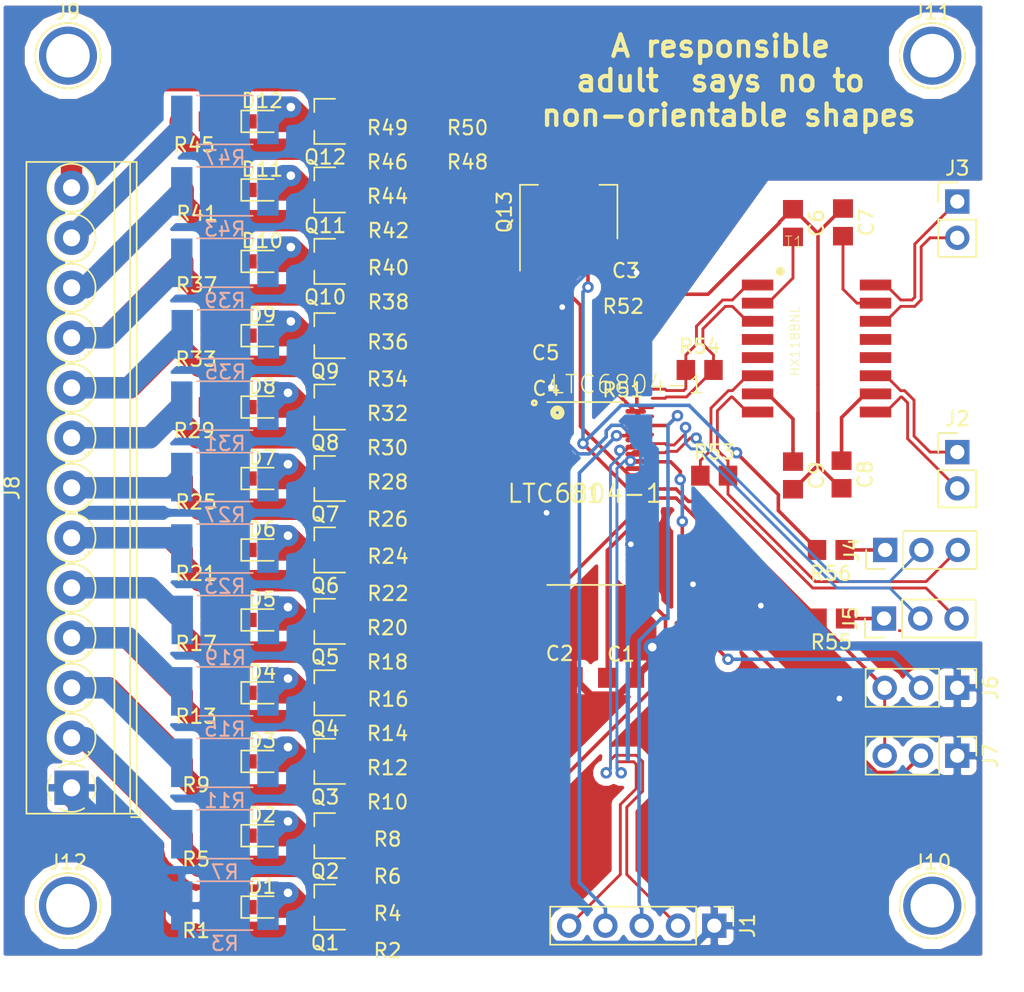
<source format=kicad_pcb>
(kicad_pcb (version 20171130) (host pcbnew "(5.0.0-rc2-218-g33075e55a)")
  (layers (0 F.Cu signal) (31 B.Cu signal hide) (34 B.Paste user) (35 F.Paste user) (36 B.SilkS user) (37 F.SilkS user) (38 B.Mask user) (39 F.Mask user) (44 Edge.Cuts user))
  (net 0 "")
  (net 1 "Net-(C1-Pad1)")
  (net 2 GND)
  (net 3 "Net-(C2-Pad1)")
  (net 4 VDD)
  (net 5 "Net-(C4-Pad2)")
  (net 6 "Net-(C5-Pad2)")
  (net 7 "Net-(C6-Pad2)")
  (net 8 "Net-(C7-Pad2)")
  (net 9 "Net-(C8-Pad1)")
  (net 10 "Net-(C9-Pad1)")
  (net 11 "Net-(D1-Pad1)")
  (net 12 "Net-(D1-Pad2)")
  (net 13 "Net-(D2-Pad2)")
  (net 14 "Net-(D2-Pad1)")
  (net 15 "Net-(D3-Pad1)")
  (net 16 "Net-(D3-Pad2)")
  (net 17 "Net-(D4-Pad1)")
  (net 18 "Net-(D4-Pad2)")
  (net 19 "Net-(D5-Pad2)")
  (net 20 "Net-(D5-Pad1)")
  (net 21 "Net-(D6-Pad2)")
  (net 22 "Net-(D6-Pad1)")
  (net 23 "Net-(D7-Pad1)")
  (net 24 "Net-(D7-Pad2)")
  (net 25 "Net-(D8-Pad2)")
  (net 26 "Net-(D8-Pad1)")
  (net 27 "Net-(D9-Pad1)")
  (net 28 "Net-(D9-Pad2)")
  (net 29 "Net-(D10-Pad2)")
  (net 30 "Net-(D10-Pad1)")
  (net 31 "Net-(D11-Pad2)")
  (net 32 "Net-(D11-Pad1)")
  (net 33 "Net-(D12-Pad1)")
  (net 34 "Net-(D12-Pad2)")
  (net 35 "Net-(J1-Pad3)")
  (net 36 "Net-(J1-Pad4)")
  (net 37 "Net-(J4-Pad1)")
  (net 38 "Net-(J5-Pad1)")
  (net 39 ISOMOD)
  (net 40 SWTEN)
  (net 41 "Net-(J8-Pad2)")
  (net 42 "Net-(J8-Pad3)")
  (net 43 "Net-(J8-Pad4)")
  (net 44 "Net-(J8-Pad5)")
  (net 45 "Net-(J8-Pad6)")
  (net 46 "Net-(J8-Pad7)")
  (net 47 "Net-(J8-Pad8)")
  (net 48 "Net-(J8-Pad9)")
  (net 49 "Net-(J8-Pad10)")
  (net 50 "Net-(J8-Pad11)")
  (net 51 "Net-(J8-Pad12)")
  (net 52 "Net-(J8-Pad13)")
  (net 53 "Net-(Q1-Pad1)")
  (net 54 "Net-(Q2-Pad1)")
  (net 55 "Net-(Q3-Pad1)")
  (net 56 "Net-(Q4-Pad1)")
  (net 57 "Net-(Q5-Pad1)")
  (net 58 "Net-(Q6-Pad1)")
  (net 59 "Net-(Q7-Pad1)")
  (net 60 "Net-(Q8-Pad1)")
  (net 61 "Net-(Q9-Pad1)")
  (net 62 "Net-(Q10-Pad1)")
  (net 63 "Net-(Q11-Pad1)")
  (net 64 "Net-(Q12-Pad1)")
  (net 65 "Net-(Q13-Pad1)")
  (net 66 "Net-(R2-Pad1)")
  (net 67 "Net-(R4-Pad1)")
  (net 68 "Net-(R6-Pad1)")
  (net 69 "Net-(R8-Pad1)")
  (net 70 "Net-(R10-Pad1)")
  (net 71 "Net-(R12-Pad1)")
  (net 72 "Net-(R14-Pad1)")
  (net 73 "Net-(R16-Pad1)")
  (net 74 "Net-(R18-Pad1)")
  (net 75 "Net-(R20-Pad1)")
  (net 76 "Net-(R22-Pad1)")
  (net 77 "Net-(R24-Pad1)")
  (net 78 "Net-(R26-Pad1)")
  (net 79 "Net-(R28-Pad1)")
  (net 80 "Net-(R30-Pad1)")
  (net 81 "Net-(R32-Pad1)")
  (net 82 "Net-(R34-Pad1)")
  (net 83 "Net-(R36-Pad1)")
  (net 84 "Net-(R38-Pad1)")
  (net 85 "Net-(R40-Pad1)")
  (net 86 "Net-(R42-Pad1)")
  (net 87 "Net-(R44-Pad1)")
  (net 88 "Net-(R46-Pad1)")
  (net 89 "Net-(R48-Pad1)")
  (net 90 "Net-(R51-Pad2)")
  (net 91 "Net-(R51-Pad1)")
  (net 92 "Net-(U1-Pad27)")
  (net 93 "Net-(U1-Pad28)")
  (net 94 "Net-(U1-Pad29)")
  (net 95 "Net-(U1-Pad32)")
  (net 96 "Net-(U1-Pad33)")
  (net 97 "Net-(U1-Pad39)")
  (net 98 IB_P)
  (net 99 IB_N)
  (net 100 IA_P)
  (net 101 IA_N)
  (net 102 /OB_N)
  (net 103 /OB_P)
  (net 104 /OA_P)
  (net 105 /OA_N)
  (net 106 /IA2_N)
  (net 107 /IA2_P)
  (net 108 MOUNT1)
  (net 109 MOUNT2)
  (net 110 MOUNT3)
  (net 111 MOUNT4)
  (module Connector_PinHeader_2.54mm:PinHeader_1x03_P2.54mm_Vertical (layer F.Cu) (at 148.12 102.4 90)
    (fp_text reference J5 (at 0 -2.33 90) (layer F.SilkS))
    (fp_text value Conn_01x03)
    (pad 1 thru_hole rect (at 0 0 90) (size 1.7 1.7) (drill 1) (layers *.Cu *.Mask) (net 38 "Net-(J5-Pad1)"))
    (pad 2 thru_hole oval (at 0 2.54 90) (size 1.7 1.7) (drill 1) (layers *.Cu *.Mask) (net 100 IA_P))
    (pad 3 thru_hole oval (at 0 5.08 90) (size 1.7 1.7) (drill 1) (layers *.Cu *.Mask) (net 107 /IA2_P))
  )
  (module Capacitor_SMD:C_0805_2012Metric_Pad1.29x1.40mm_HandSolder (layer F.Cu) (at 129.7175 106.55)
    (fp_text reference C1 (at 0 -1.65) (layer F.SilkS))
    (fp_text value 1uf)
    (pad 1 smd rect (at -0.9675 0) (size 1.295 1.4) (layers F.Cu F.Paste F.Mask) (net 1 "Net-(C1-Pad1)"))
    (pad 2 smd rect (at 0.9675 0) (size 1.295 1.4) (layers F.Cu F.Paste F.Mask) (net 2 GND))
  )
  (module Capacitor_SMD:C_0805_2012Metric_Pad1.29x1.40mm_HandSolder (layer F.Cu) (at 125.4175 106.5)
    (fp_text reference C2 (at 0 -1.65) (layer F.SilkS))
    (fp_text value 1uf)
    (pad 2 smd rect (at 0.9675 0) (size 1.295 1.4) (layers F.Cu F.Paste F.Mask) (net 2 GND))
    (pad 1 smd rect (at -0.9675 0) (size 1.295 1.4) (layers F.Cu F.Paste F.Mask) (net 3 "Net-(C2-Pad1)"))
  )
  (module Capacitor_SMD:C_0805_2012Metric_Pad1.29x1.40mm_HandSolder (layer F.Cu) (at 130.05 79.7)
    (fp_text reference C3 (at 0 -1.65) (layer F.SilkS))
    (fp_text value 1uf)
    (pad 1 smd rect (at -0.9675 0) (size 1.295 1.4) (layers F.Cu F.Paste F.Mask) (net 4 VDD))
    (pad 2 smd rect (at 0.9675 0) (size 1.295 1.4) (layers F.Cu F.Paste F.Mask) (net 2 GND))
  )
  (module Capacitor_SMD:C_0805_2012Metric_Pad1.29x1.40mm_HandSolder (layer F.Cu) (at 124.4825 84.65 180)
    (fp_text reference C4 (at 0 -1.65 180) (layer F.SilkS))
    (fp_text value 0.1uf)
    (pad 2 smd rect (at 0.9675 0 180) (size 1.295 1.4) (layers F.Cu F.Paste F.Mask) (net 5 "Net-(C4-Pad2)"))
    (pad 1 smd rect (at -0.9675 0 180) (size 1.295 1.4) (layers F.Cu F.Paste F.Mask) (net 2 GND))
  )
  (module Capacitor_SMD:C_0805_2012Metric_Pad1.29x1.40mm_HandSolder (layer F.Cu) (at 124.4325 82.15 180)
    (fp_text reference C5 (at 0 -1.65 180) (layer F.SilkS))
    (fp_text value 0.1uf)
    (pad 1 smd rect (at -0.9675 0 180) (size 1.295 1.4) (layers F.Cu F.Paste F.Mask) (net 2 GND))
    (pad 2 smd rect (at 0.9675 0 180) (size 1.295 1.4) (layers F.Cu F.Paste F.Mask) (net 6 "Net-(C5-Pad2)"))
  )
  (module Capacitor_SMD:C_0805_2012Metric_Pad1.29x1.40mm_HandSolder (layer F.Cu) (at 141.75 74.7175 270)
    (fp_text reference C6 (at 0 -1.65 270) (layer F.SilkS))
    (fp_text value 51pf)
    (pad 2 smd rect (at 0.9675 0 270) (size 1.295 1.4) (layers F.Cu F.Paste F.Mask) (net 7 "Net-(C6-Pad2)"))
    (pad 1 smd rect (at -0.9675 0 270) (size 1.295 1.4) (layers F.Cu F.Paste F.Mask) (net 2 GND))
  )
  (module Capacitor_SMD:C_0805_2012Metric_Pad1.29x1.40mm_HandSolder (layer F.Cu) (at 145.25 74.6675 270)
    (fp_text reference C7 (at 0 -1.65 270) (layer F.SilkS))
    (fp_text value 51pf)
    (pad 1 smd rect (at -0.9675 0 270) (size 1.295 1.4) (layers F.Cu F.Paste F.Mask) (net 2 GND))
    (pad 2 smd rect (at 0.9675 0 270) (size 1.295 1.4) (layers F.Cu F.Paste F.Mask) (net 8 "Net-(C7-Pad2)"))
  )
  (module Capacitor_SMD:C_0805_2012Metric_Pad1.29x1.40mm_HandSolder (layer F.Cu) (at 145.15 92.3175 270)
    (fp_text reference C8 (at 0 -1.65 270) (layer F.SilkS))
    (fp_text value 51pf)
    (pad 2 smd rect (at 0.9675 0 270) (size 1.295 1.4) (layers F.Cu F.Paste F.Mask) (net 2 GND))
    (pad 1 smd rect (at -0.9675 0 270) (size 1.295 1.4) (layers F.Cu F.Paste F.Mask) (net 9 "Net-(C8-Pad1)"))
  )
  (module Capacitor_SMD:C_0805_2012Metric_Pad1.29x1.40mm_HandSolder (layer F.Cu) (at 141.75 92.3825 270)
    (fp_text reference C9 (at 0 -1.65 270) (layer F.SilkS))
    (fp_text value 51pf)
    (pad 1 smd rect (at -0.9675 0 270) (size 1.295 1.4) (layers F.Cu F.Paste F.Mask) (net 10 "Net-(C9-Pad1)"))
    (pad 2 smd rect (at 0.9675 0 270) (size 1.295 1.4) (layers F.Cu F.Paste F.Mask) (net 2 GND))
  )
  (module LED_SMD:LED_0603_1608Metric_Pad0.82x1.00mm_HandSolder (layer F.Cu) (at 104.6 122.6)
    (fp_text reference D1 (at 0 -1.45) (layer F.SilkS))
    (fp_text value LED_Small)
    (pad 1 smd rect (at -0.8 0) (size 0.82 1) (layers F.Cu F.Paste F.Mask) (net 11 "Net-(D1-Pad1)"))
    (pad 2 smd rect (at 0.8 0) (size 0.82 1) (layers F.Cu F.Paste F.Mask) (net 12 "Net-(D1-Pad2)"))
  )
  (module LED_SMD:LED_0603_1608Metric_Pad0.82x1.00mm_HandSolder (layer F.Cu) (at 104.6 117.6)
    (fp_text reference D2 (at 0 -1.45) (layer F.SilkS))
    (fp_text value LED_Small)
    (pad 2 smd rect (at 0.8 0) (size 0.82 1) (layers F.Cu F.Paste F.Mask) (net 13 "Net-(D2-Pad2)"))
    (pad 1 smd rect (at -0.8 0) (size 0.82 1) (layers F.Cu F.Paste F.Mask) (net 14 "Net-(D2-Pad1)"))
  )
  (module LED_SMD:LED_0603_1608Metric_Pad0.82x1.00mm_HandSolder (layer F.Cu) (at 104.6 112.4)
    (fp_text reference D3 (at 0 -1.45) (layer F.SilkS))
    (fp_text value LED_Small)
    (pad 1 smd rect (at -0.8 0) (size 0.82 1) (layers F.Cu F.Paste F.Mask) (net 15 "Net-(D3-Pad1)"))
    (pad 2 smd rect (at 0.8 0) (size 0.82 1) (layers F.Cu F.Paste F.Mask) (net 16 "Net-(D3-Pad2)"))
  )
  (module LED_SMD:LED_0603_1608Metric_Pad0.82x1.00mm_HandSolder (layer F.Cu) (at 104.6 107.6)
    (fp_text reference D4 (at 0 -1.45) (layer F.SilkS))
    (fp_text value LED_Small)
    (pad 1 smd rect (at -0.8 0) (size 0.82 1) (layers F.Cu F.Paste F.Mask) (net 17 "Net-(D4-Pad1)"))
    (pad 2 smd rect (at 0.8 0) (size 0.82 1) (layers F.Cu F.Paste F.Mask) (net 18 "Net-(D4-Pad2)"))
  )
  (module LED_SMD:LED_0603_1608Metric_Pad0.82x1.00mm_HandSolder (layer F.Cu) (at 104.6 102.5)
    (fp_text reference D5 (at 0 -1.45) (layer F.SilkS))
    (fp_text value LED_Small)
    (pad 2 smd rect (at 0.8 0) (size 0.82 1) (layers F.Cu F.Paste F.Mask) (net 19 "Net-(D5-Pad2)"))
    (pad 1 smd rect (at -0.8 0) (size 0.82 1) (layers F.Cu F.Paste F.Mask) (net 20 "Net-(D5-Pad1)"))
  )
  (module LED_SMD:LED_0603_1608Metric_Pad0.82x1.00mm_HandSolder (layer F.Cu) (at 104.6 97.6)
    (fp_text reference D6 (at 0 -1.45) (layer F.SilkS))
    (fp_text value LED_Small)
    (pad 2 smd rect (at 0.8 0) (size 0.82 1) (layers F.Cu F.Paste F.Mask) (net 21 "Net-(D6-Pad2)"))
    (pad 1 smd rect (at -0.8 0) (size 0.82 1) (layers F.Cu F.Paste F.Mask) (net 22 "Net-(D6-Pad1)"))
  )
  (module LED_SMD:LED_0603_1608Metric_Pad0.82x1.00mm_HandSolder (layer F.Cu) (at 104.6 92.6)
    (fp_text reference D7 (at 0 -1.45) (layer F.SilkS))
    (fp_text value LED_Small)
    (pad 1 smd rect (at -0.8 0) (size 0.82 1) (layers F.Cu F.Paste F.Mask) (net 23 "Net-(D7-Pad1)"))
    (pad 2 smd rect (at 0.8 0) (size 0.82 1) (layers F.Cu F.Paste F.Mask) (net 24 "Net-(D7-Pad2)"))
  )
  (module LED_SMD:LED_0603_1608Metric_Pad0.82x1.00mm_HandSolder (layer F.Cu) (at 104.6 87.6)
    (fp_text reference D8 (at 0 -1.45) (layer F.SilkS))
    (fp_text value LED_Small)
    (pad 2 smd rect (at 0.8 0) (size 0.82 1) (layers F.Cu F.Paste F.Mask) (net 25 "Net-(D8-Pad2)"))
    (pad 1 smd rect (at -0.8 0) (size 0.82 1) (layers F.Cu F.Paste F.Mask) (net 26 "Net-(D8-Pad1)"))
  )
  (module LED_SMD:LED_0603_1608Metric_Pad0.82x1.00mm_HandSolder (layer F.Cu) (at 104.6 82.6)
    (fp_text reference D9 (at 0 -1.45) (layer F.SilkS))
    (fp_text value LED_Small)
    (pad 1 smd rect (at -0.8 0) (size 0.82 1) (layers F.Cu F.Paste F.Mask) (net 27 "Net-(D9-Pad1)"))
    (pad 2 smd rect (at 0.8 0) (size 0.82 1) (layers F.Cu F.Paste F.Mask) (net 28 "Net-(D9-Pad2)"))
  )
  (module LED_SMD:LED_0603_1608Metric_Pad0.82x1.00mm_HandSolder (layer F.Cu) (at 104.6 77.4)
    (fp_text reference D10 (at 0 -1.45) (layer F.SilkS))
    (fp_text value LED_Small)
    (pad 2 smd rect (at 0.8 0) (size 0.82 1) (layers F.Cu F.Paste F.Mask) (net 29 "Net-(D10-Pad2)"))
    (pad 1 smd rect (at -0.8 0) (size 0.82 1) (layers F.Cu F.Paste F.Mask) (net 30 "Net-(D10-Pad1)"))
  )
  (module LED_SMD:LED_0603_1608Metric_Pad0.82x1.00mm_HandSolder (layer F.Cu) (at 104.6 72.4)
    (fp_text reference D11 (at 0 -1.45) (layer F.SilkS))
    (fp_text value LED_Small)
    (pad 2 smd rect (at 0.8 0) (size 0.82 1) (layers F.Cu F.Paste F.Mask) (net 31 "Net-(D11-Pad2)"))
    (pad 1 smd rect (at -0.8 0) (size 0.82 1) (layers F.Cu F.Paste F.Mask) (net 32 "Net-(D11-Pad1)"))
  )
  (module LED_SMD:LED_0603_1608Metric_Pad0.82x1.00mm_HandSolder (layer F.Cu) (at 104.6 67.6)
    (fp_text reference D12 (at 0 -1.45) (layer F.SilkS))
    (fp_text value LED_Small)
    (pad 1 smd rect (at -0.8 0) (size 0.82 1) (layers F.Cu F.Paste F.Mask) (net 33 "Net-(D12-Pad1)"))
    (pad 2 smd rect (at 0.8 0) (size 0.82 1) (layers F.Cu F.Paste F.Mask) (net 34 "Net-(D12-Pad2)"))
  )
  (module Connector_PinHeader_2.54mm:PinHeader_1x05_P2.54mm_Vertical (layer F.Cu) (at 136.24 123.9 270)
    (fp_text reference J1 (at 0 -2.33 270) (layer F.SilkS))
    (fp_text value Conn_01x05)
    (pad 1 thru_hole rect (at 0 0 270) (size 1.7 1.7) (drill 1) (layers *.Cu *.Mask) (net 2 GND))
    (pad 2 thru_hole oval (at 0 2.54 270) (size 1.7 1.7) (drill 1) (layers *.Cu *.Mask) (net 100 IA_P))
    (pad 3 thru_hole oval (at 0 5.08 270) (size 1.7 1.7) (drill 1) (layers *.Cu *.Mask) (net 35 "Net-(J1-Pad3)"))
    (pad 4 thru_hole oval (at 0 7.62 270) (size 1.7 1.7) (drill 1) (layers *.Cu *.Mask) (net 36 "Net-(J1-Pad4)"))
    (pad 5 thru_hole oval (at 0 10.16 270) (size 1.7 1.7) (drill 1) (layers *.Cu *.Mask) (net 101 IA_N))
  )
  (module Connector_PinHeader_2.54mm:PinHeader_1x02_P2.54mm_Vertical (layer F.Cu) (at 153.25 90.75)
    (fp_text reference J2 (at 0 -2.33) (layer F.SilkS))
    (fp_text value Conn_01x02)
    (pad 2 thru_hole oval (at 0 2.54) (size 1.7 1.7) (drill 1) (layers *.Cu *.Mask) (net 102 /OB_N))
    (pad 1 thru_hole rect (at 0 0) (size 1.7 1.7) (drill 1) (layers *.Cu *.Mask) (net 103 /OB_P))
  )
  (module Connector_PinHeader_2.54mm:PinHeader_1x02_P2.54mm_Vertical (layer F.Cu) (at 153.25 73.21)
    (fp_text reference J3 (at 0 -2.33) (layer F.SilkS))
    (fp_text value Conn_01x02)
    (pad 1 thru_hole rect (at 0 0) (size 1.7 1.7) (drill 1) (layers *.Cu *.Mask) (net 104 /OA_P))
    (pad 2 thru_hole oval (at 0 2.54) (size 1.7 1.7) (drill 1) (layers *.Cu *.Mask) (net 105 /OA_N))
  )
  (module Connector_PinHeader_2.54mm:PinHeader_1x03_P2.54mm_Vertical (layer F.Cu) (at 148.2 97.6 90)
    (fp_text reference J4 (at 0 -2.33 90) (layer F.SilkS))
    (fp_text value Conn_01x03)
    (pad 3 thru_hole oval (at 0 5.08 90) (size 1.7 1.7) (drill 1) (layers *.Cu *.Mask) (net 106 /IA2_N))
    (pad 2 thru_hole oval (at 0 2.54 90) (size 1.7 1.7) (drill 1) (layers *.Cu *.Mask) (net 101 IA_N))
    (pad 1 thru_hole rect (at 0 0 90) (size 1.7 1.7) (drill 1) (layers *.Cu *.Mask) (net 37 "Net-(J4-Pad1)"))
  )
  (module Connector_PinHeader_2.54mm:PinHeader_1x03_P2.54mm_Vertical (layer F.Cu) (at 153.25 107.25 270)
    (fp_text reference J6 (at 0 -2.33 270) (layer F.SilkS))
    (fp_text value Conn_01x03)
    (pad 1 thru_hole rect (at 0 0 270) (size 1.7 1.7) (drill 1) (layers *.Cu *.Mask) (net 2 GND))
    (pad 2 thru_hole oval (at 0 2.54 270) (size 1.7 1.7) (drill 1) (layers *.Cu *.Mask) (net 39 ISOMOD))
    (pad 3 thru_hole oval (at 0 5.08 270) (size 1.7 1.7) (drill 1) (layers *.Cu *.Mask) (net 4 VDD))
  )
  (module Connector_PinHeader_2.54mm:PinHeader_1x03_P2.54mm_Vertical (layer F.Cu) (at 153.25 112 270)
    (fp_text reference J7 (at 0 -2.33 270) (layer F.SilkS))
    (fp_text value Conn_01x03)
    (pad 3 thru_hole oval (at 0 5.08 270) (size 1.7 1.7) (drill 1) (layers *.Cu *.Mask) (net 4 VDD))
    (pad 2 thru_hole oval (at 0 2.54 270) (size 1.7 1.7) (drill 1) (layers *.Cu *.Mask) (net 40 SWTEN))
    (pad 1 thru_hole rect (at 0 0 270) (size 1.7 1.7) (drill 1) (layers *.Cu *.Mask) (net 2 GND))
  )
  (module TerminalBlock_Phoenix:TerminalBlock_Phoenix_PT-1,5-13-3.5-H_1x13_P3.50mm_Horizontal (layer F.Cu) (at 91.25 114.25 90)
    (fp_text reference J8 (at 21 -4.16 90) (layer F.SilkS))
    (fp_text value Conn_01x13)
    (pad 1 thru_hole rect (at 0 0 90) (size 2.4 2.4) (drill 1.2) (layers *.Cu *.Mask) (net 2 GND))
    (pad 2 thru_hole circle (at 3.5 0 90) (size 2.4 2.4) (drill 1.2) (layers *.Cu *.Mask) (net 41 "Net-(J8-Pad2)"))
    (pad 3 thru_hole circle (at 7 0 90) (size 2.4 2.4) (drill 1.2) (layers *.Cu *.Mask) (net 42 "Net-(J8-Pad3)"))
    (pad 4 thru_hole circle (at 10.5 0 90) (size 2.4 2.4) (drill 1.2) (layers *.Cu *.Mask) (net 43 "Net-(J8-Pad4)"))
    (pad 5 thru_hole circle (at 14 0 90) (size 2.4 2.4) (drill 1.2) (layers *.Cu *.Mask) (net 44 "Net-(J8-Pad5)"))
    (pad 6 thru_hole circle (at 17.5 0 90) (size 2.4 2.4) (drill 1.2) (layers *.Cu *.Mask) (net 45 "Net-(J8-Pad6)"))
    (pad 7 thru_hole circle (at 21 0 90) (size 2.4 2.4) (drill 1.2) (layers *.Cu *.Mask) (net 46 "Net-(J8-Pad7)"))
    (pad 8 thru_hole circle (at 24.5 0 90) (size 2.4 2.4) (drill 1.2) (layers *.Cu *.Mask) (net 47 "Net-(J8-Pad8)"))
    (pad 9 thru_hole circle (at 28 0 90) (size 2.4 2.4) (drill 1.2) (layers *.Cu *.Mask) (net 48 "Net-(J8-Pad9)"))
    (pad 10 thru_hole circle (at 31.5 0 90) (size 2.4 2.4) (drill 1.2) (layers *.Cu *.Mask) (net 49 "Net-(J8-Pad10)"))
    (pad 11 thru_hole circle (at 35 0 90) (size 2.4 2.4) (drill 1.2) (layers *.Cu *.Mask) (net 50 "Net-(J8-Pad11)"))
    (pad 12 thru_hole circle (at 38.5 0 90) (size 2.4 2.4) (drill 1.2) (layers *.Cu *.Mask) (net 51 "Net-(J8-Pad12)"))
    (pad 13 thru_hole circle (at 42 0 90) (size 2.4 2.4) (drill 1.2) (layers *.Cu *.Mask) (net 52 "Net-(J8-Pad13)"))
  )
  (module TO_SOT_Packages_SMD:SOT-23 (layer F.Cu) (at 109 122.6 180)
    (fp_text reference Q1 (at 0 -2.5 180) (layer F.SilkS))
    (fp_text value BSS138)
    (pad 1 smd rect (at -1 -0.95 180) (size 0.9 0.8) (layers F.Cu F.Paste F.Mask) (net 53 "Net-(Q1-Pad1)"))
    (pad 2 smd rect (at -1 0.95 180) (size 0.9 0.8) (layers F.Cu F.Paste F.Mask) (net 41 "Net-(J8-Pad2)"))
    (pad 3 smd rect (at 1 0 180) (size 0.9 0.8) (layers F.Cu F.Paste F.Mask) (net 12 "Net-(D1-Pad2)"))
  )
  (module TO_SOT_Packages_SMD:SOT-23 (layer F.Cu) (at 109 117.6 180)
    (fp_text reference Q2 (at 0 -2.5 180) (layer F.SilkS))
    (fp_text value BSS138)
    (pad 3 smd rect (at 1 0 180) (size 0.9 0.8) (layers F.Cu F.Paste F.Mask) (net 13 "Net-(D2-Pad2)"))
    (pad 2 smd rect (at -1 0.95 180) (size 0.9 0.8) (layers F.Cu F.Paste F.Mask) (net 42 "Net-(J8-Pad3)"))
    (pad 1 smd rect (at -1 -0.95 180) (size 0.9 0.8) (layers F.Cu F.Paste F.Mask) (net 54 "Net-(Q2-Pad1)"))
  )
  (module TO_SOT_Packages_SMD:SOT-23 (layer F.Cu) (at 109 112.4 180)
    (fp_text reference Q3 (at 0 -2.5 180) (layer F.SilkS))
    (fp_text value BSS138)
    (pad 1 smd rect (at -1 -0.95 180) (size 0.9 0.8) (layers F.Cu F.Paste F.Mask) (net 55 "Net-(Q3-Pad1)"))
    (pad 2 smd rect (at -1 0.95 180) (size 0.9 0.8) (layers F.Cu F.Paste F.Mask) (net 43 "Net-(J8-Pad4)"))
    (pad 3 smd rect (at 1 0 180) (size 0.9 0.8) (layers F.Cu F.Paste F.Mask) (net 16 "Net-(D3-Pad2)"))
  )
  (module TO_SOT_Packages_SMD:SOT-23 (layer F.Cu) (at 109 107.6 180)
    (fp_text reference Q4 (at 0 -2.5 180) (layer F.SilkS))
    (fp_text value BSS138)
    (pad 3 smd rect (at 1 0 180) (size 0.9 0.8) (layers F.Cu F.Paste F.Mask) (net 18 "Net-(D4-Pad2)"))
    (pad 2 smd rect (at -1 0.95 180) (size 0.9 0.8) (layers F.Cu F.Paste F.Mask) (net 44 "Net-(J8-Pad5)"))
    (pad 1 smd rect (at -1 -0.95 180) (size 0.9 0.8) (layers F.Cu F.Paste F.Mask) (net 56 "Net-(Q4-Pad1)"))
  )
  (module TO_SOT_Packages_SMD:SOT-23 (layer F.Cu) (at 109 102.6 180)
    (fp_text reference Q5 (at 0 -2.5 180) (layer F.SilkS))
    (fp_text value BSS138)
    (pad 1 smd rect (at -1 -0.95 180) (size 0.9 0.8) (layers F.Cu F.Paste F.Mask) (net 57 "Net-(Q5-Pad1)"))
    (pad 2 smd rect (at -1 0.95 180) (size 0.9 0.8) (layers F.Cu F.Paste F.Mask) (net 45 "Net-(J8-Pad6)"))
    (pad 3 smd rect (at 1 0 180) (size 0.9 0.8) (layers F.Cu F.Paste F.Mask) (net 19 "Net-(D5-Pad2)"))
  )
  (module TO_SOT_Packages_SMD:SOT-23 (layer F.Cu) (at 109 97.6 180)
    (fp_text reference Q6 (at 0 -2.5 180) (layer F.SilkS))
    (fp_text value BSS138)
    (pad 3 smd rect (at 1 0 180) (size 0.9 0.8) (layers F.Cu F.Paste F.Mask) (net 21 "Net-(D6-Pad2)"))
    (pad 2 smd rect (at -1 0.95 180) (size 0.9 0.8) (layers F.Cu F.Paste F.Mask) (net 46 "Net-(J8-Pad7)"))
    (pad 1 smd rect (at -1 -0.95 180) (size 0.9 0.8) (layers F.Cu F.Paste F.Mask) (net 58 "Net-(Q6-Pad1)"))
  )
  (module TO_SOT_Packages_SMD:SOT-23 (layer F.Cu) (at 109 92.6 180)
    (fp_text reference Q7 (at 0 -2.5 180) (layer F.SilkS))
    (fp_text value BSS138)
    (pad 1 smd rect (at -1 -0.95 180) (size 0.9 0.8) (layers F.Cu F.Paste F.Mask) (net 59 "Net-(Q7-Pad1)"))
    (pad 2 smd rect (at -1 0.95 180) (size 0.9 0.8) (layers F.Cu F.Paste F.Mask) (net 47 "Net-(J8-Pad8)"))
    (pad 3 smd rect (at 1 0 180) (size 0.9 0.8) (layers F.Cu F.Paste F.Mask) (net 24 "Net-(D7-Pad2)"))
  )
  (module TO_SOT_Packages_SMD:SOT-23 (layer F.Cu) (at 109 87.6 180)
    (fp_text reference Q8 (at 0 -2.5 180) (layer F.SilkS))
    (fp_text value BSS138)
    (pad 3 smd rect (at 1 0 180) (size 0.9 0.8) (layers F.Cu F.Paste F.Mask) (net 25 "Net-(D8-Pad2)"))
    (pad 2 smd rect (at -1 0.95 180) (size 0.9 0.8) (layers F.Cu F.Paste F.Mask) (net 48 "Net-(J8-Pad9)"))
    (pad 1 smd rect (at -1 -0.95 180) (size 0.9 0.8) (layers F.Cu F.Paste F.Mask) (net 60 "Net-(Q8-Pad1)"))
  )
  (module TO_SOT_Packages_SMD:SOT-23 (layer F.Cu) (at 109 82.6 180)
    (fp_text reference Q9 (at 0 -2.5 180) (layer F.SilkS))
    (fp_text value BSS138)
    (pad 1 smd rect (at -1 -0.95 180) (size 0.9 0.8) (layers F.Cu F.Paste F.Mask) (net 61 "Net-(Q9-Pad1)"))
    (pad 2 smd rect (at -1 0.95 180) (size 0.9 0.8) (layers F.Cu F.Paste F.Mask) (net 49 "Net-(J8-Pad10)"))
    (pad 3 smd rect (at 1 0 180) (size 0.9 0.8) (layers F.Cu F.Paste F.Mask) (net 28 "Net-(D9-Pad2)"))
  )
  (module TO_SOT_Packages_SMD:SOT-23 (layer F.Cu) (at 109 77.4 180)
    (fp_text reference Q10 (at 0 -2.5 180) (layer F.SilkS))
    (fp_text value BSS138)
    (pad 3 smd rect (at 1 0 180) (size 0.9 0.8) (layers F.Cu F.Paste F.Mask) (net 29 "Net-(D10-Pad2)"))
    (pad 2 smd rect (at -1 0.95 180) (size 0.9 0.8) (layers F.Cu F.Paste F.Mask) (net 50 "Net-(J8-Pad11)"))
    (pad 1 smd rect (at -1 -0.95 180) (size 0.9 0.8) (layers F.Cu F.Paste F.Mask) (net 62 "Net-(Q10-Pad1)"))
  )
  (module TO_SOT_Packages_SMD:SOT-23 (layer F.Cu) (at 109 72.4 180)
    (fp_text reference Q11 (at 0 -2.5 180) (layer F.SilkS))
    (fp_text value BSS138)
    (pad 1 smd rect (at -1 -0.95 180) (size 0.9 0.8) (layers F.Cu F.Paste F.Mask) (net 63 "Net-(Q11-Pad1)"))
    (pad 2 smd rect (at -1 0.95 180) (size 0.9 0.8) (layers F.Cu F.Paste F.Mask) (net 51 "Net-(J8-Pad12)"))
    (pad 3 smd rect (at 1 0 180) (size 0.9 0.8) (layers F.Cu F.Paste F.Mask) (net 31 "Net-(D11-Pad2)"))
  )
  (module TO_SOT_Packages_SMD:SOT-23 (layer F.Cu) (at 109 67.6 180)
    (fp_text reference Q12 (at 0 -2.5 180) (layer F.SilkS))
    (fp_text value BSS138)
    (pad 3 smd rect (at 1 0 180) (size 0.9 0.8) (layers F.Cu F.Paste F.Mask) (net 34 "Net-(D12-Pad2)"))
    (pad 2 smd rect (at -1 0.95 180) (size 0.9 0.8) (layers F.Cu F.Paste F.Mask) (net 52 "Net-(J8-Pad13)"))
    (pad 1 smd rect (at -1 -0.95 180) (size 0.9 0.8) (layers F.Cu F.Paste F.Mask) (net 64 "Net-(Q12-Pad1)"))
  )
  (module TO_SOT_Packages_SMD:SOT-223 (layer F.Cu) (at 126.05 73.95 90)
    (fp_text reference Q13 (at 0 -4.5 90) (layer F.SilkS))
    (fp_text value NSV1C201MZ4)
    (pad 4 smd rect (at 3.15 0 90) (size 2 3.8) (layers F.Cu F.Paste F.Mask))
    (pad 2 smd rect (at -3.15 0 90) (size 2 1.5) (layers F.Cu F.Paste F.Mask) (net 6 "Net-(C5-Pad2)"))
    (pad 3 smd rect (at -3.15 2.3 90) (size 2 1.5) (layers F.Cu F.Paste F.Mask) (net 4 VDD))
    (pad 1 smd rect (at -3.15 -2.3 90) (size 2 1.5) (layers F.Cu F.Paste F.Mask) (net 65 "Net-(Q13-Pad1)"))
  )
  (module Resistor_SMD:R_0805_2012Metric_Pad1.29x1.40mm_HandSolder (layer F.Cu) (at 99.9675 122.6 180)
    (fp_text reference R1 (at 0 -1.65 180) (layer F.SilkS))
    (fp_text value 110R)
    (pad 1 smd rect (at -0.9675 0 180) (size 1.295 1.4) (layers F.Cu F.Paste F.Mask) (net 11 "Net-(D1-Pad1)"))
    (pad 2 smd rect (at 0.9675 0 180) (size 1.295 1.4) (layers F.Cu F.Paste F.Mask) (net 2 GND))
  )
  (module Resistor_SMD:R_0805_2012Metric_Pad1.29x1.40mm_HandSolder (layer F.Cu) (at 113.3675 124 180)
    (fp_text reference R2 (at 0 -1.65 180) (layer F.SilkS))
    (fp_text value 3.3k)
    (pad 1 smd rect (at -0.9675 0 180) (size 1.295 1.4) (layers F.Cu F.Paste F.Mask) (net 66 "Net-(R2-Pad1)"))
    (pad 2 smd rect (at 0.9675 0 180) (size 1.295 1.4) (layers F.Cu F.Paste F.Mask) (net 53 "Net-(Q1-Pad1)"))
  )
  (module Resistor_SMD:R_2512_6332Metric_Pad1.49x3.40mm_HandSolder (layer B.Cu) (at 101.9825 122.5)
    (fp_text reference R3 (at 0 2.65) (layer B.SilkS) (effects (justify mirror)))
    (fp_text value 16.5R)
    (pad 2 smd rect (at 3.0175 0) (size 1.495 3.4) (layers B.Cu B.Paste B.Mask) (net 12 "Net-(D1-Pad2)"))
    (pad 1 smd rect (at -3.0175 0) (size 1.495 3.4) (layers B.Cu B.Paste B.Mask) (net 2 GND))
  )
  (module Resistor_SMD:R_0805_2012Metric_Pad1.29x1.40mm_HandSolder (layer F.Cu) (at 113.3675 121.4 180)
    (fp_text reference R4 (at 0 -1.65 180) (layer F.SilkS))
    (fp_text value 100R)
    (pad 2 smd rect (at 0.9675 0 180) (size 1.295 1.4) (layers F.Cu F.Paste F.Mask) (net 41 "Net-(J8-Pad2)"))
    (pad 1 smd rect (at -0.9675 0 180) (size 1.295 1.4) (layers F.Cu F.Paste F.Mask) (net 67 "Net-(R4-Pad1)"))
  )
  (module Resistor_SMD:R_0805_2012Metric_Pad1.29x1.40mm_HandSolder (layer F.Cu) (at 99.9675 117.6 180)
    (fp_text reference R5 (at 0 -1.65 180) (layer F.SilkS))
    (fp_text value 110R)
    (pad 2 smd rect (at 0.9675 0 180) (size 1.295 1.4) (layers F.Cu F.Paste F.Mask) (net 41 "Net-(J8-Pad2)"))
    (pad 1 smd rect (at -0.9675 0 180) (size 1.295 1.4) (layers F.Cu F.Paste F.Mask) (net 14 "Net-(D2-Pad1)"))
  )
  (module Resistor_SMD:R_0805_2012Metric_Pad1.29x1.40mm_HandSolder (layer F.Cu) (at 113.3675 118.8 180)
    (fp_text reference R6 (at 0 -1.65 180) (layer F.SilkS))
    (fp_text value 3.3k)
    (pad 2 smd rect (at 0.9675 0 180) (size 1.295 1.4) (layers F.Cu F.Paste F.Mask) (net 54 "Net-(Q2-Pad1)"))
    (pad 1 smd rect (at -0.9675 0 180) (size 1.295 1.4) (layers F.Cu F.Paste F.Mask) (net 68 "Net-(R6-Pad1)"))
  )
  (module Resistor_SMD:R_2512_6332Metric_Pad1.49x3.40mm_HandSolder (layer B.Cu) (at 101.9825 117.5)
    (fp_text reference R7 (at 0 2.65) (layer B.SilkS) (effects (justify mirror)))
    (fp_text value 16.5R)
    (pad 2 smd rect (at 3.0175 0) (size 1.495 3.4) (layers B.Cu B.Paste B.Mask) (net 13 "Net-(D2-Pad2)"))
    (pad 1 smd rect (at -3.0175 0) (size 1.495 3.4) (layers B.Cu B.Paste B.Mask) (net 41 "Net-(J8-Pad2)"))
  )
  (module Resistor_SMD:R_0805_2012Metric_Pad1.29x1.40mm_HandSolder (layer F.Cu) (at 113.3675 116.2 180)
    (fp_text reference R8 (at 0 -1.65 180) (layer F.SilkS))
    (fp_text value 100R)
    (pad 2 smd rect (at 0.9675 0 180) (size 1.295 1.4) (layers F.Cu F.Paste F.Mask) (net 42 "Net-(J8-Pad3)"))
    (pad 1 smd rect (at -0.9675 0 180) (size 1.295 1.4) (layers F.Cu F.Paste F.Mask) (net 69 "Net-(R8-Pad1)"))
  )
  (module Resistor_SMD:R_0805_2012Metric_Pad1.29x1.40mm_HandSolder (layer F.Cu) (at 99.9675 112.4 180)
    (fp_text reference R9 (at 0 -1.65 180) (layer F.SilkS))
    (fp_text value 110R)
    (pad 1 smd rect (at -0.9675 0 180) (size 1.295 1.4) (layers F.Cu F.Paste F.Mask) (net 15 "Net-(D3-Pad1)"))
    (pad 2 smd rect (at 0.9675 0 180) (size 1.295 1.4) (layers F.Cu F.Paste F.Mask) (net 42 "Net-(J8-Pad3)"))
  )
  (module Resistor_SMD:R_0805_2012Metric_Pad1.29x1.40mm_HandSolder (layer F.Cu) (at 113.3675 113.6 180)
    (fp_text reference R10 (at 0 -1.65 180) (layer F.SilkS))
    (fp_text value 3.3k)
    (pad 1 smd rect (at -0.9675 0 180) (size 1.295 1.4) (layers F.Cu F.Paste F.Mask) (net 70 "Net-(R10-Pad1)"))
    (pad 2 smd rect (at 0.9675 0 180) (size 1.295 1.4) (layers F.Cu F.Paste F.Mask) (net 55 "Net-(Q3-Pad1)"))
  )
  (module Resistor_SMD:R_2512_6332Metric_Pad1.49x3.40mm_HandSolder (layer B.Cu) (at 101.9825 112.5)
    (fp_text reference R11 (at 0 2.65) (layer B.SilkS) (effects (justify mirror)))
    (fp_text value 16.5R)
    (pad 1 smd rect (at -3.0175 0) (size 1.495 3.4) (layers B.Cu B.Paste B.Mask) (net 42 "Net-(J8-Pad3)"))
    (pad 2 smd rect (at 3.0175 0) (size 1.495 3.4) (layers B.Cu B.Paste B.Mask) (net 16 "Net-(D3-Pad2)"))
  )
  (module Resistor_SMD:R_0805_2012Metric_Pad1.29x1.40mm_HandSolder (layer F.Cu) (at 113.3675 111.2 180)
    (fp_text reference R12 (at 0 -1.65 180) (layer F.SilkS))
    (fp_text value 100R)
    (pad 2 smd rect (at 0.9675 0 180) (size 1.295 1.4) (layers F.Cu F.Paste F.Mask) (net 43 "Net-(J8-Pad4)"))
    (pad 1 smd rect (at -0.9675 0 180) (size 1.295 1.4) (layers F.Cu F.Paste F.Mask) (net 71 "Net-(R12-Pad1)"))
  )
  (module Resistor_SMD:R_0805_2012Metric_Pad1.29x1.40mm_HandSolder (layer F.Cu) (at 99.9675 107.6 180)
    (fp_text reference R13 (at 0 -1.65 180) (layer F.SilkS))
    (fp_text value 110R)
    (pad 2 smd rect (at 0.9675 0 180) (size 1.295 1.4) (layers F.Cu F.Paste F.Mask) (net 43 "Net-(J8-Pad4)"))
    (pad 1 smd rect (at -0.9675 0 180) (size 1.295 1.4) (layers F.Cu F.Paste F.Mask) (net 17 "Net-(D4-Pad1)"))
  )
  (module Resistor_SMD:R_0805_2012Metric_Pad1.29x1.40mm_HandSolder (layer F.Cu) (at 113.3675 108.8 180)
    (fp_text reference R14 (at 0 -1.65 180) (layer F.SilkS))
    (fp_text value 3.3k)
    (pad 2 smd rect (at 0.9675 0 180) (size 1.295 1.4) (layers F.Cu F.Paste F.Mask) (net 56 "Net-(Q4-Pad1)"))
    (pad 1 smd rect (at -0.9675 0 180) (size 1.295 1.4) (layers F.Cu F.Paste F.Mask) (net 72 "Net-(R14-Pad1)"))
  )
  (module Resistor_SMD:R_2512_6332Metric_Pad1.49x3.40mm_HandSolder (layer B.Cu) (at 101.9825 107.5)
    (fp_text reference R15 (at 0 2.65) (layer B.SilkS) (effects (justify mirror)))
    (fp_text value 16.5R)
    (pad 1 smd rect (at -3.0175 0) (size 1.495 3.4) (layers B.Cu B.Paste B.Mask) (net 43 "Net-(J8-Pad4)"))
    (pad 2 smd rect (at 3.0175 0) (size 1.495 3.4) (layers B.Cu B.Paste B.Mask) (net 18 "Net-(D4-Pad2)"))
  )
  (module Resistor_SMD:R_0805_2012Metric_Pad1.29x1.40mm_HandSolder (layer F.Cu) (at 113.4 106.4 180)
    (fp_text reference R16 (at 0 -1.65 180) (layer F.SilkS))
    (fp_text value 100R)
    (pad 1 smd rect (at -0.9675 0 180) (size 1.295 1.4) (layers F.Cu F.Paste F.Mask) (net 73 "Net-(R16-Pad1)"))
    (pad 2 smd rect (at 0.9675 0 180) (size 1.295 1.4) (layers F.Cu F.Paste F.Mask) (net 44 "Net-(J8-Pad5)"))
  )
  (module Resistor_SMD:R_0805_2012Metric_Pad1.29x1.40mm_HandSolder (layer F.Cu) (at 99.9675 102.5 180)
    (fp_text reference R17 (at 0 -1.65 180) (layer F.SilkS))
    (fp_text value 110R)
    (pad 1 smd rect (at -0.9675 0 180) (size 1.295 1.4) (layers F.Cu F.Paste F.Mask) (net 20 "Net-(D5-Pad1)"))
    (pad 2 smd rect (at 0.9675 0 180) (size 1.295 1.4) (layers F.Cu F.Paste F.Mask) (net 44 "Net-(J8-Pad5)"))
  )
  (module Resistor_SMD:R_0805_2012Metric_Pad1.29x1.40mm_HandSolder (layer F.Cu) (at 113.3675 103.8 180)
    (fp_text reference R18 (at 0 -1.65 180) (layer F.SilkS))
    (fp_text value 3.3k)
    (pad 2 smd rect (at 0.9675 0 180) (size 1.295 1.4) (layers F.Cu F.Paste F.Mask) (net 57 "Net-(Q5-Pad1)"))
    (pad 1 smd rect (at -0.9675 0 180) (size 1.295 1.4) (layers F.Cu F.Paste F.Mask) (net 74 "Net-(R18-Pad1)"))
  )
  (module Resistor_SMD:R_2512_6332Metric_Pad1.49x3.40mm_HandSolder (layer B.Cu) (at 102.0175 102.5)
    (fp_text reference R19 (at 0 2.65) (layer B.SilkS) (effects (justify mirror)))
    (fp_text value 16.5R)
    (pad 2 smd rect (at 3.0175 0) (size 1.495 3.4) (layers B.Cu B.Paste B.Mask) (net 19 "Net-(D5-Pad2)"))
    (pad 1 smd rect (at -3.0175 0) (size 1.495 3.4) (layers B.Cu B.Paste B.Mask) (net 44 "Net-(J8-Pad5)"))
  )
  (module Resistor_SMD:R_0805_2012Metric_Pad1.29x1.40mm_HandSolder (layer F.Cu) (at 113.3675 101.4 180)
    (fp_text reference R20 (at 0 -1.65 180) (layer F.SilkS))
    (fp_text value 100R)
    (pad 1 smd rect (at -0.9675 0 180) (size 1.295 1.4) (layers F.Cu F.Paste F.Mask) (net 75 "Net-(R20-Pad1)"))
    (pad 2 smd rect (at 0.9675 0 180) (size 1.295 1.4) (layers F.Cu F.Paste F.Mask) (net 45 "Net-(J8-Pad6)"))
  )
  (module Resistor_SMD:R_0805_2012Metric_Pad1.29x1.40mm_HandSolder (layer F.Cu) (at 99.9675 97.6 180)
    (fp_text reference R21 (at 0 -1.65 180) (layer F.SilkS))
    (fp_text value 110R)
    (pad 1 smd rect (at -0.9675 0 180) (size 1.295 1.4) (layers F.Cu F.Paste F.Mask) (net 22 "Net-(D6-Pad1)"))
    (pad 2 smd rect (at 0.9675 0 180) (size 1.295 1.4) (layers F.Cu F.Paste F.Mask) (net 45 "Net-(J8-Pad6)"))
  )
  (module Resistor_SMD:R_0805_2012Metric_Pad1.29x1.40mm_HandSolder (layer F.Cu) (at 113.4 99 180)
    (fp_text reference R22 (at 0 -1.65 180) (layer F.SilkS))
    (fp_text value 3.3k)
    (pad 1 smd rect (at -0.9675 0 180) (size 1.295 1.4) (layers F.Cu F.Paste F.Mask) (net 76 "Net-(R22-Pad1)"))
    (pad 2 smd rect (at 0.9675 0 180) (size 1.295 1.4) (layers F.Cu F.Paste F.Mask) (net 58 "Net-(Q6-Pad1)"))
  )
  (module Resistor_SMD:R_2512_6332Metric_Pad1.49x3.40mm_HandSolder (layer B.Cu) (at 101.9825 97.5)
    (fp_text reference R23 (at 0 2.65) (layer B.SilkS) (effects (justify mirror)))
    (fp_text value 16.5R)
    (pad 2 smd rect (at 3.0175 0) (size 1.495 3.4) (layers B.Cu B.Paste B.Mask) (net 21 "Net-(D6-Pad2)"))
    (pad 1 smd rect (at -3.0175 0) (size 1.495 3.4) (layers B.Cu B.Paste B.Mask) (net 45 "Net-(J8-Pad6)"))
  )
  (module Resistor_SMD:R_0805_2012Metric_Pad1.29x1.40mm_HandSolder (layer F.Cu) (at 113.4 96.4 180)
    (fp_text reference R24 (at 0 -1.65 180) (layer F.SilkS))
    (fp_text value 100R)
    (pad 2 smd rect (at 0.9675 0 180) (size 1.295 1.4) (layers F.Cu F.Paste F.Mask) (net 46 "Net-(J8-Pad7)"))
    (pad 1 smd rect (at -0.9675 0 180) (size 1.295 1.4) (layers F.Cu F.Paste F.Mask) (net 77 "Net-(R24-Pad1)"))
  )
  (module Resistor_SMD:R_0805_2012Metric_Pad1.29x1.40mm_HandSolder (layer F.Cu) (at 99.9675 92.6 180)
    (fp_text reference R25 (at 0 -1.65 180) (layer F.SilkS))
    (fp_text value 110R)
    (pad 2 smd rect (at 0.9675 0 180) (size 1.295 1.4) (layers F.Cu F.Paste F.Mask) (net 46 "Net-(J8-Pad7)"))
    (pad 1 smd rect (at -0.9675 0 180) (size 1.295 1.4) (layers F.Cu F.Paste F.Mask) (net 23 "Net-(D7-Pad1)"))
  )
  (module Resistor_SMD:R_0805_2012Metric_Pad1.29x1.40mm_HandSolder (layer F.Cu) (at 113.3675 93.8 180)
    (fp_text reference R26 (at 0 -1.65 180) (layer F.SilkS))
    (fp_text value 3.3k)
    (pad 1 smd rect (at -0.9675 0 180) (size 1.295 1.4) (layers F.Cu F.Paste F.Mask) (net 78 "Net-(R26-Pad1)"))
    (pad 2 smd rect (at 0.9675 0 180) (size 1.295 1.4) (layers F.Cu F.Paste F.Mask) (net 59 "Net-(Q7-Pad1)"))
  )
  (module Resistor_SMD:R_2512_6332Metric_Pad1.49x3.40mm_HandSolder (layer B.Cu) (at 101.9825 92.5)
    (fp_text reference R27 (at 0 2.65) (layer B.SilkS) (effects (justify mirror)))
    (fp_text value 16.5R)
    (pad 1 smd rect (at -3.0175 0) (size 1.495 3.4) (layers B.Cu B.Paste B.Mask) (net 46 "Net-(J8-Pad7)"))
    (pad 2 smd rect (at 3.0175 0) (size 1.495 3.4) (layers B.Cu B.Paste B.Mask) (net 24 "Net-(D7-Pad2)"))
  )
  (module Resistor_SMD:R_0805_2012Metric_Pad1.29x1.40mm_HandSolder (layer F.Cu) (at 113.3675 91.2 180)
    (fp_text reference R28 (at 0 -1.65 180) (layer F.SilkS))
    (fp_text value 100R)
    (pad 1 smd rect (at -0.9675 0 180) (size 1.295 1.4) (layers F.Cu F.Paste F.Mask) (net 79 "Net-(R28-Pad1)"))
    (pad 2 smd rect (at 0.9675 0 180) (size 1.295 1.4) (layers F.Cu F.Paste F.Mask) (net 47 "Net-(J8-Pad8)"))
  )
  (module Resistor_SMD:R_0805_2012Metric_Pad1.29x1.40mm_HandSolder (layer F.Cu) (at 99.8325 87.6 180)
    (fp_text reference R29 (at 0 -1.65 180) (layer F.SilkS))
    (fp_text value 110R)
    (pad 2 smd rect (at 0.9675 0 180) (size 1.295 1.4) (layers F.Cu F.Paste F.Mask) (net 47 "Net-(J8-Pad8)"))
    (pad 1 smd rect (at -0.9675 0 180) (size 1.295 1.4) (layers F.Cu F.Paste F.Mask) (net 26 "Net-(D8-Pad1)"))
  )
  (module Resistor_SMD:R_0805_2012Metric_Pad1.29x1.40mm_HandSolder (layer F.Cu) (at 113.3675 88.8 180)
    (fp_text reference R30 (at 0 -1.65 180) (layer F.SilkS))
    (fp_text value 3.3k)
    (pad 2 smd rect (at 0.9675 0 180) (size 1.295 1.4) (layers F.Cu F.Paste F.Mask) (net 60 "Net-(Q8-Pad1)"))
    (pad 1 smd rect (at -0.9675 0 180) (size 1.295 1.4) (layers F.Cu F.Paste F.Mask) (net 80 "Net-(R30-Pad1)"))
  )
  (module Resistor_SMD:R_2512_6332Metric_Pad1.49x3.40mm_HandSolder (layer B.Cu) (at 101.9825 87.5)
    (fp_text reference R31 (at 0 2.65) (layer B.SilkS) (effects (justify mirror)))
    (fp_text value 16.5R)
    (pad 2 smd rect (at 3.0175 0) (size 1.495 3.4) (layers B.Cu B.Paste B.Mask) (net 25 "Net-(D8-Pad2)"))
    (pad 1 smd rect (at -3.0175 0) (size 1.495 3.4) (layers B.Cu B.Paste B.Mask) (net 47 "Net-(J8-Pad8)"))
  )
  (module Resistor_SMD:R_0805_2012Metric_Pad1.29x1.40mm_HandSolder (layer F.Cu) (at 113.3675 86.4 180)
    (fp_text reference R32 (at 0 -1.65 180) (layer F.SilkS))
    (fp_text value 100R)
    (pad 1 smd rect (at -0.9675 0 180) (size 1.295 1.4) (layers F.Cu F.Paste F.Mask) (net 81 "Net-(R32-Pad1)"))
    (pad 2 smd rect (at 0.9675 0 180) (size 1.295 1.4) (layers F.Cu F.Paste F.Mask) (net 48 "Net-(J8-Pad9)"))
  )
  (module Resistor_SMD:R_0805_2012Metric_Pad1.29x1.40mm_HandSolder (layer F.Cu) (at 99.9675 82.6 180)
    (fp_text reference R33 (at 0 -1.65 180) (layer F.SilkS))
    (fp_text value 110R)
    (pad 1 smd rect (at -0.9675 0 180) (size 1.295 1.4) (layers F.Cu F.Paste F.Mask) (net 27 "Net-(D9-Pad1)"))
    (pad 2 smd rect (at 0.9675 0 180) (size 1.295 1.4) (layers F.Cu F.Paste F.Mask) (net 48 "Net-(J8-Pad9)"))
  )
  (module Resistor_SMD:R_0805_2012Metric_Pad1.29x1.40mm_HandSolder (layer F.Cu) (at 113.3675 84 180)
    (fp_text reference R34 (at 0 -1.65 180) (layer F.SilkS))
    (fp_text value 3.3k)
    (pad 1 smd rect (at -0.9675 0 180) (size 1.295 1.4) (layers F.Cu F.Paste F.Mask) (net 82 "Net-(R34-Pad1)"))
    (pad 2 smd rect (at 0.9675 0 180) (size 1.295 1.4) (layers F.Cu F.Paste F.Mask) (net 61 "Net-(Q9-Pad1)"))
  )
  (module Resistor_SMD:R_2512_6332Metric_Pad1.49x3.40mm_HandSolder (layer B.Cu) (at 102.0175 82.5)
    (fp_text reference R35 (at 0 2.65) (layer B.SilkS) (effects (justify mirror)))
    (fp_text value 16.5R)
    (pad 1 smd rect (at -3.0175 0) (size 1.495 3.4) (layers B.Cu B.Paste B.Mask) (net 48 "Net-(J8-Pad9)"))
    (pad 2 smd rect (at 3.0175 0) (size 1.495 3.4) (layers B.Cu B.Paste B.Mask) (net 28 "Net-(D9-Pad2)"))
  )
  (module Resistor_SMD:R_0805_2012Metric_Pad1.29x1.40mm_HandSolder (layer F.Cu) (at 113.4 81.4 180)
    (fp_text reference R36 (at 0 -1.65 180) (layer F.SilkS))
    (fp_text value 100R)
    (pad 2 smd rect (at 0.9675 0 180) (size 1.295 1.4) (layers F.Cu F.Paste F.Mask) (net 49 "Net-(J8-Pad10)"))
    (pad 1 smd rect (at -0.9675 0 180) (size 1.295 1.4) (layers F.Cu F.Paste F.Mask) (net 83 "Net-(R36-Pad1)"))
  )
  (module Resistor_SMD:R_0805_2012Metric_Pad1.29x1.40mm_HandSolder (layer F.Cu) (at 100 77.4 180)
    (fp_text reference R37 (at 0 -1.65 180) (layer F.SilkS))
    (fp_text value 110R)
    (pad 2 smd rect (at 0.9675 0 180) (size 1.295 1.4) (layers F.Cu F.Paste F.Mask) (net 49 "Net-(J8-Pad10)"))
    (pad 1 smd rect (at -0.9675 0 180) (size 1.295 1.4) (layers F.Cu F.Paste F.Mask) (net 30 "Net-(D10-Pad1)"))
  )
  (module Resistor_SMD:R_0805_2012Metric_Pad1.29x1.40mm_HandSolder (layer F.Cu) (at 113.4325 78.6 180)
    (fp_text reference R38 (at 0 -1.65 180) (layer F.SilkS))
    (fp_text value 3.3k)
    (pad 1 smd rect (at -0.9675 0 180) (size 1.295 1.4) (layers F.Cu F.Paste F.Mask) (net 84 "Net-(R38-Pad1)"))
    (pad 2 smd rect (at 0.9675 0 180) (size 1.295 1.4) (layers F.Cu F.Paste F.Mask) (net 62 "Net-(Q10-Pad1)"))
  )
  (module Resistor_SMD:R_2512_6332Metric_Pad1.49x3.40mm_HandSolder (layer B.Cu) (at 101.9825 77.5)
    (fp_text reference R39 (at 0 2.65) (layer B.SilkS) (effects (justify mirror)))
    (fp_text value 16.5R)
    (pad 1 smd rect (at -3.0175 0) (size 1.495 3.4) (layers B.Cu B.Paste B.Mask) (net 49 "Net-(J8-Pad10)"))
    (pad 2 smd rect (at 3.0175 0) (size 1.495 3.4) (layers B.Cu B.Paste B.Mask) (net 29 "Net-(D10-Pad2)"))
  )
  (module Resistor_SMD:R_0805_2012Metric_Pad1.29x1.40mm_HandSolder (layer F.Cu) (at 113.4325 76.2 180)
    (fp_text reference R40 (at 0 -1.65 180) (layer F.SilkS))
    (fp_text value 100R)
    (pad 1 smd rect (at -0.9675 0 180) (size 1.295 1.4) (layers F.Cu F.Paste F.Mask) (net 85 "Net-(R40-Pad1)"))
    (pad 2 smd rect (at 0.9675 0 180) (size 1.295 1.4) (layers F.Cu F.Paste F.Mask) (net 50 "Net-(J8-Pad11)"))
  )
  (module Resistor_SMD:R_0805_2012Metric_Pad1.29x1.40mm_HandSolder (layer F.Cu) (at 100.0325 72.4 180)
    (fp_text reference R41 (at 0 -1.65 180) (layer F.SilkS))
    (fp_text value 110R)
    (pad 2 smd rect (at 0.9675 0 180) (size 1.295 1.4) (layers F.Cu F.Paste F.Mask) (net 50 "Net-(J8-Pad11)"))
    (pad 1 smd rect (at -0.9675 0 180) (size 1.295 1.4) (layers F.Cu F.Paste F.Mask) (net 32 "Net-(D11-Pad1)"))
  )
  (module Resistor_SMD:R_0805_2012Metric_Pad1.29x1.40mm_HandSolder (layer F.Cu) (at 113.4325 73.6 180)
    (fp_text reference R42 (at 0 -1.65 180) (layer F.SilkS))
    (fp_text value 3.3k)
    (pad 2 smd rect (at 0.9675 0 180) (size 1.295 1.4) (layers F.Cu F.Paste F.Mask) (net 63 "Net-(Q11-Pad1)"))
    (pad 1 smd rect (at -0.9675 0 180) (size 1.295 1.4) (layers F.Cu F.Paste F.Mask) (net 86 "Net-(R42-Pad1)"))
  )
  (module Resistor_SMD:R_2512_6332Metric_Pad1.49x3.40mm_HandSolder (layer B.Cu) (at 101.9825 72.5)
    (fp_text reference R43 (at 0 2.65) (layer B.SilkS) (effects (justify mirror)))
    (fp_text value 16.5R)
    (pad 2 smd rect (at 3.0175 0) (size 1.495 3.4) (layers B.Cu B.Paste B.Mask) (net 31 "Net-(D11-Pad2)"))
    (pad 1 smd rect (at -3.0175 0) (size 1.495 3.4) (layers B.Cu B.Paste B.Mask) (net 50 "Net-(J8-Pad11)"))
  )
  (module Resistor_SMD:R_0805_2012Metric_Pad1.29x1.40mm_HandSolder (layer F.Cu) (at 113.3675 71.2 180)
    (fp_text reference R44 (at 0 -1.65 180) (layer F.SilkS))
    (fp_text value 100R)
    (pad 2 smd rect (at 0.9675 0 180) (size 1.295 1.4) (layers F.Cu F.Paste F.Mask) (net 51 "Net-(J8-Pad12)"))
    (pad 1 smd rect (at -0.9675 0 180) (size 1.295 1.4) (layers F.Cu F.Paste F.Mask) (net 87 "Net-(R44-Pad1)"))
  )
  (module Resistor_SMD:R_0805_2012Metric_Pad1.29x1.40mm_HandSolder (layer F.Cu) (at 99.8325 67.6 180)
    (fp_text reference R45 (at 0 -1.65 180) (layer F.SilkS))
    (fp_text value 110R)
    (pad 1 smd rect (at -0.9675 0 180) (size 1.295 1.4) (layers F.Cu F.Paste F.Mask) (net 33 "Net-(D12-Pad1)"))
    (pad 2 smd rect (at 0.9675 0 180) (size 1.295 1.4) (layers F.Cu F.Paste F.Mask) (net 51 "Net-(J8-Pad12)"))
  )
  (module Resistor_SMD:R_0805_2012Metric_Pad1.29x1.40mm_HandSolder (layer F.Cu) (at 113.3675 68.8 180)
    (fp_text reference R46 (at 0 -1.65 180) (layer F.SilkS))
    (fp_text value 3.3k)
    (pad 1 smd rect (at -0.9675 0 180) (size 1.295 1.4) (layers F.Cu F.Paste F.Mask) (net 88 "Net-(R46-Pad1)"))
    (pad 2 smd rect (at 0.9675 0 180) (size 1.295 1.4) (layers F.Cu F.Paste F.Mask) (net 64 "Net-(Q12-Pad1)"))
  )
  (module Resistor_SMD:R_2512_6332Metric_Pad1.49x3.40mm_HandSolder (layer B.Cu) (at 101.9825 67.5)
    (fp_text reference R47 (at 0 2.65) (layer B.SilkS) (effects (justify mirror)))
    (fp_text value 16.5R)
    (pad 1 smd rect (at -3.0175 0) (size 1.495 3.4) (layers B.Cu B.Paste B.Mask) (net 51 "Net-(J8-Pad12)"))
    (pad 2 smd rect (at 3.0175 0) (size 1.495 3.4) (layers B.Cu B.Paste B.Mask) (net 34 "Net-(D12-Pad2)"))
  )
  (module Resistor_SMD:R_0805_2012Metric_Pad1.29x1.40mm_HandSolder (layer F.Cu) (at 118.9675 68.8 180)
    (fp_text reference R48 (at 0 -1.65 180) (layer F.SilkS))
    (fp_text value 100R)
    (pad 2 smd rect (at 0.9675 0 180) (size 1.295 1.4) (layers F.Cu F.Paste F.Mask) (net 52 "Net-(J8-Pad13)"))
    (pad 1 smd rect (at -0.9675 0 180) (size 1.295 1.4) (layers F.Cu F.Paste F.Mask) (net 89 "Net-(R48-Pad1)"))
  )
  (module Resistor_SMD:R_0805_2012Metric_Pad1.29x1.40mm_HandSolder (layer F.Cu) (at 113.3675 66.4 180)
    (fp_text reference R49 (at 0 -1.65 180) (layer F.SilkS))
    (fp_text value 100R)
    (pad 1 smd rect (at -0.9675 0 180) (size 1.295 1.4) (layers F.Cu F.Paste F.Mask) (net 5 "Net-(C4-Pad2)"))
    (pad 2 smd rect (at 0.9675 0 180) (size 1.295 1.4) (layers F.Cu F.Paste F.Mask) (net 52 "Net-(J8-Pad13)"))
  )
  (module Resistor_SMD:R_0805_2012Metric_Pad1.29x1.40mm_HandSolder (layer F.Cu) (at 118.9675 66.4 180)
    (fp_text reference R50 (at 0 -1.65 180) (layer F.SilkS))
    (fp_text value 100R)
    (pad 2 smd rect (at 0.9675 0 180) (size 1.295 1.4) (layers F.Cu F.Paste F.Mask) (net 52 "Net-(J8-Pad13)"))
    (pad 1 smd rect (at -0.9675 0 180) (size 1.295 1.4) (layers F.Cu F.Paste F.Mask) (net 6 "Net-(C5-Pad2)"))
  )
  (module Resistor_SMD:R_0805_2012Metric_Pad1.29x1.40mm_HandSolder (layer F.Cu) (at 129.85 84.75 180)
    (fp_text reference R51 (at 0 -1.65 180) (layer F.SilkS))
    (fp_text value 806R)
    (pad 2 smd rect (at 0.9675 0 180) (size 1.295 1.4) (layers F.Cu F.Paste F.Mask) (net 90 "Net-(R51-Pad2)"))
    (pad 1 smd rect (at -0.9675 0 180) (size 1.295 1.4) (layers F.Cu F.Paste F.Mask) (net 91 "Net-(R51-Pad1)"))
  )
  (module Resistor_SMD:R_0805_2012Metric_Pad1.29x1.40mm_HandSolder (layer F.Cu) (at 129.8675 82.2)
    (fp_text reference R52 (at 0 -1.65) (layer F.SilkS))
    (fp_text value 1.2k)
    (pad 2 smd rect (at 0.9675 0) (size 1.295 1.4) (layers F.Cu F.Paste F.Mask) (net 91 "Net-(R51-Pad1)"))
    (pad 1 smd rect (at -0.9675 0) (size 1.295 1.4) (layers F.Cu F.Paste F.Mask) (net 2 GND))
  )
  (module Resistor_SMD:R_0805_2012Metric_Pad1.29x1.40mm_HandSolder (layer F.Cu) (at 136.2325 92.4)
    (fp_text reference R53 (at 0 -1.65 180) (layer F.SilkS))
    (fp_text value 120R)
    (pad 1 smd rect (at -0.9675 0) (size 1.295 1.4) (layers F.Cu F.Paste F.Mask) (net 107 /IA2_P))
    (pad 2 smd rect (at 0.9675 0) (size 1.295 1.4) (layers F.Cu F.Paste F.Mask) (net 106 /IA2_N))
  )
  (module Resistor_SMD:R_0805_2012Metric_Pad1.29x1.40mm_HandSolder (layer F.Cu) (at 135.2175 85)
    (fp_text reference R54 (at 0 -1.65) (layer F.SilkS))
    (fp_text value 120R)
    (pad 1 smd rect (at -0.9675 0) (size 1.295 1.4) (layers F.Cu F.Paste F.Mask) (net 98 IB_P))
    (pad 2 smd rect (at 0.9675 0) (size 1.295 1.4) (layers F.Cu F.Paste F.Mask) (net 99 IB_N))
  )
  (module Resistor_SMD:R_0805_2012Metric_Pad1.29x1.40mm_HandSolder (layer F.Cu) (at 144.4325 102.4 180)
    (fp_text reference R55 (at 0 -1.65 180) (layer F.SilkS))
    (fp_text value 1M)
    (pad 1 smd rect (at -0.9675 0 180) (size 1.295 1.4) (layers F.Cu F.Paste F.Mask) (net 38 "Net-(J5-Pad1)"))
    (pad 2 smd rect (at 0.9675 0 180) (size 1.295 1.4) (layers F.Cu F.Paste F.Mask) (net 4 VDD))
  )
  (module Resistor_SMD:R_0805_2012Metric_Pad1.29x1.40mm_HandSolder (layer F.Cu) (at 144.4 97.6 180)
    (fp_text reference R56 (at 0 -1.65 180) (layer F.SilkS))
    (fp_text value 1M)
    (pad 2 smd rect (at 0.9675 0 180) (size 1.295 1.4) (layers F.Cu F.Paste F.Mask) (net 4 VDD))
    (pad 1 smd rect (at -0.9675 0 180) (size 1.295 1.4) (layers F.Cu F.Paste F.Mask) (net 37 "Net-(J4-Pad1)"))
  )
  (module HX1188NL:HXXXX (layer F.Cu) (at 143.4 83.5 270)
    (fp_text reference T1 (at -7.44279 1.5772) (layer F.SilkS) (effects (font (size 0.80213 0.80213) (thickness 0.05))))
    (fp_text value HX1188NL (at -0.509454 1.50287 270) (layer F.SilkS) (effects (font (size 0.641826 0.641826) (thickness 0.05))))
    (pad 2 smd rect (at -3.175 4.1275 270) (size 0.76 2.2) (layers F.Cu F.Paste F.Mask) (net 7 "Net-(C6-Pad2)"))
    (pad 13 smd rect (at -0.635 -4.1275 270) (size 0.76 2.2) (layers F.Cu F.Paste F.Mask))
    (pad 1 smd rect (at -4.445 4.1275 270) (size 0.76 2.2) (layers F.Cu F.Paste F.Mask) (net 98 IB_P))
    (pad 3 smd rect (at -1.905 4.1275 270) (size 0.76 2.2) (layers F.Cu F.Paste F.Mask) (net 99 IB_N))
    (pad 4 smd rect (at -0.635 4.1275 270) (size 0.76 2.2) (layers F.Cu F.Paste F.Mask))
    (pad 14 smd rect (at -1.905 -4.1275 270) (size 0.76 2.2) (layers F.Cu F.Paste F.Mask) (net 105 /OA_N))
    (pad 12 smd rect (at 0.635 -4.1275 270) (size 0.76 2.2) (layers F.Cu F.Paste F.Mask))
    (pad 11 smd rect (at 1.905 -4.1275 270) (size 0.76 2.2) (layers F.Cu F.Paste F.Mask) (net 103 /OB_P))
    (pad 6 smd rect (at 1.905 4.1275 270) (size 0.76 2.2) (layers F.Cu F.Paste F.Mask) (net 107 /IA2_P))
    (pad 9 smd rect (at 4.445 -4.1275 270) (size 0.76 2.2) (layers F.Cu F.Paste F.Mask) (net 102 /OB_N))
    (pad 5 smd rect (at 0.635 4.1275 270) (size 0.76 2.2) (layers F.Cu F.Paste F.Mask))
    (pad 7 smd rect (at 3.175 4.1275 270) (size 0.76 2.2) (layers F.Cu F.Paste F.Mask) (net 10 "Net-(C9-Pad1)"))
    (pad 10 smd rect (at 3.175 -4.1275 270) (size 0.76 2.2) (layers F.Cu F.Paste F.Mask) (net 9 "Net-(C8-Pad1)"))
    (pad 8 smd rect (at 4.445 4.1275 270) (size 0.76 2.2) (layers F.Cu F.Paste F.Mask) (net 106 /IA2_N))
    (pad 15 smd rect (at -3.175 -4.1275 270) (size 0.76 2.2) (layers F.Cu F.Paste F.Mask) (net 8 "Net-(C7-Pad2)"))
    (pad 16 smd rect (at -4.445 -4.1275 270) (size 0.76 2.2) (layers F.Cu F.Paste F.Mask) (net 104 /OA_P))
  )
  (module Connectors:1pin (layer F.Cu) (at 91 63)
    (fp_text reference J9 (at 0 -3.048) (layer F.SilkS))
    (fp_text value Conn_01x01)
    (pad 1 thru_hole circle (at 0 0) (size 4.064 4.064) (drill 3.048) (layers *.Cu *.Mask) (net 108 MOUNT1) (clearance 1))
  )
  (module Connectors:1pin (layer F.Cu) (at 151.5 122.5)
    (fp_text reference J10 (at 0 -3.048) (layer F.SilkS))
    (fp_text value Conn_01x01)
    (pad 1 thru_hole circle (at 0 0) (size 4.064 4.064) (drill 3.048) (layers *.Cu *.Mask) (net 109 MOUNT2) (clearance 1))
  )
  (module Connectors:1pin (layer F.Cu) (at 151.5 63)
    (fp_text reference J11 (at 0 -3.048) (layer F.SilkS))
    (fp_text value Conn_01x01)
    (pad 1 thru_hole circle (at 0 0) (size 4.064 4.064) (drill 3.048) (layers *.Cu *.Mask) (net 110 MOUNT3) (clearance 1))
  )
  (module Connectors:1pin (layer F.Cu) (at 91 122.5)
    (fp_text reference J12 (at 0 -3.048) (layer F.SilkS))
    (fp_text value Conn_01x01)
    (pad 1 thru_hole circle (at 0 0) (size 4.064 4.064) (drill 3.048) (layers *.Cu *.Mask) (net 111 MOUNT4) (clearance 1))
  )
  (module 6804-1:6804-1-LTC6804-1 (layer F.Cu) (at 127.2 93.65)
    (fp_text reference U1 (at 0 0) (layer F.SilkS) (effects (font (size 1.27 1.27))))
    (fp_text value LTC6804-1 (at 0 0) (layer F.SilkS) (effects (font (size 1.27 1.27))))
    (fp_text user LTC6804-1 (at 2.96672 -7.64286) (layer F.SilkS) (effects (font (size 1.27 1.27) (thickness 0.1016))))
    (pad 1 smd oval (at -3.53822 -5.74802) (size 1.43764 0.33782) (layers F.Cu F.Paste F.Mask) (net 5 "Net-(C4-Pad2)"))
    (pad 2 smd oval (at -3.53822 -5.24764) (size 1.43764 0.33782) (layers F.Cu F.Paste F.Mask) (net 89 "Net-(R48-Pad1)"))
    (pad 3 smd oval (at -3.53822 -4.7498) (size 1.43764 0.33782) (layers F.Cu F.Paste F.Mask) (net 88 "Net-(R46-Pad1)"))
    (pad 4 smd oval (at -3.53822 -4.24942) (size 1.43764 0.33782) (layers F.Cu F.Paste F.Mask) (net 87 "Net-(R44-Pad1)"))
    (pad 5 smd oval (at -3.53822 -3.74904) (size 1.43764 0.33782) (layers F.Cu F.Paste F.Mask) (net 86 "Net-(R42-Pad1)"))
    (pad 6 smd oval (at -3.53822 -3.24866) (size 1.43764 0.33782) (layers F.Cu F.Paste F.Mask) (net 85 "Net-(R40-Pad1)"))
    (pad 7 smd oval (at -3.53822 -2.74828) (size 1.43764 0.33782) (layers F.Cu F.Paste F.Mask) (net 84 "Net-(R38-Pad1)"))
    (pad 8 smd oval (at -3.53822 -2.2479) (size 1.43764 0.33782) (layers F.Cu F.Paste F.Mask) (net 83 "Net-(R36-Pad1)"))
    (pad 9 smd oval (at -3.53822 -1.74752) (size 1.43764 0.33782) (layers F.Cu F.Paste F.Mask) (net 82 "Net-(R34-Pad1)"))
    (pad 10 smd oval (at -3.53822 -1.24968) (size 1.43764 0.33782) (layers F.Cu F.Paste F.Mask) (net 81 "Net-(R32-Pad1)"))
    (pad 11 smd oval (at -3.53822 -0.7493) (size 1.43764 0.33782) (layers F.Cu F.Paste F.Mask) (net 80 "Net-(R30-Pad1)"))
    (pad 12 smd oval (at -3.53822 -0.24892) (size 1.43764 0.33782) (layers F.Cu F.Paste F.Mask) (net 79 "Net-(R28-Pad1)"))
    (pad 13 smd oval (at -3.53822 0.24892) (size 1.43764 0.33782) (layers F.Cu F.Paste F.Mask) (net 78 "Net-(R26-Pad1)"))
    (pad 14 smd oval (at -3.53822 0.7493) (size 1.43764 0.33782) (layers F.Cu F.Paste F.Mask) (net 77 "Net-(R24-Pad1)"))
    (pad 15 smd oval (at -3.53822 1.24968) (size 1.43764 0.33782) (layers F.Cu F.Paste F.Mask) (net 76 "Net-(R22-Pad1)"))
    (pad 16 smd oval (at -3.53822 1.75006) (size 1.43764 0.33782) (layers F.Cu F.Paste F.Mask) (net 75 "Net-(R20-Pad1)"))
    (pad 17 smd oval (at -3.53822 2.2479) (size 1.43764 0.33782) (layers F.Cu F.Paste F.Mask) (net 74 "Net-(R18-Pad1)"))
    (pad 18 smd oval (at -3.53822 2.74828) (size 1.43764 0.33782) (layers F.Cu F.Paste F.Mask) (net 73 "Net-(R16-Pad1)"))
    (pad 19 smd oval (at -3.53822 3.24866) (size 1.43764 0.33782) (layers F.Cu F.Paste F.Mask) (net 72 "Net-(R14-Pad1)"))
    (pad 20 smd oval (at -3.53822 3.74904) (size 1.43764 0.33782) (layers F.Cu F.Paste F.Mask) (net 71 "Net-(R12-Pad1)"))
    (pad 21 smd oval (at -3.53822 4.24942) (size 1.43764 0.33782) (layers F.Cu F.Paste F.Mask) (net 70 "Net-(R10-Pad1)"))
    (pad 22 smd oval (at -3.53822 4.7498) (size 1.43764 0.33782) (layers F.Cu F.Paste F.Mask) (net 69 "Net-(R8-Pad1)"))
    (pad 23 smd oval (at -3.53822 5.24764) (size 1.43764 0.33782) (layers F.Cu F.Paste F.Mask) (net 68 "Net-(R6-Pad1)"))
    (pad 24 smd oval (at -3.53822 5.74802) (size 1.43764 0.33782) (layers F.Cu F.Paste F.Mask) (net 67 "Net-(R4-Pad1)"))
    (pad 25 smd oval (at 3.53822 5.74802) (size 1.43764 0.33782) (layers F.Cu F.Paste F.Mask) (net 66 "Net-(R2-Pad1)"))
    (pad 26 smd oval (at 3.53822 5.24764) (size 1.43764 0.33782) (layers F.Cu F.Paste F.Mask) (net 2 GND))
    (pad 27 smd oval (at 3.53822 4.7498) (size 1.43764 0.33782) (layers F.Cu F.Paste F.Mask) (net 92 "Net-(U1-Pad27)"))
    (pad 28 smd oval (at 3.53822 4.24942) (size 1.43764 0.33782) (layers F.Cu F.Paste F.Mask) (net 93 "Net-(U1-Pad28)"))
    (pad 29 smd oval (at 3.53822 3.74904) (size 1.43764 0.33782) (layers F.Cu F.Paste F.Mask) (net 94 "Net-(U1-Pad29)"))
    (pad 30 smd oval (at 3.53822 3.24866) (size 1.43764 0.33782) (layers F.Cu F.Paste F.Mask) (net 2 GND))
    (pad 31 smd oval (at 3.53822 2.74828) (size 1.43764 0.33782) (layers F.Cu F.Paste F.Mask) (net 2 GND))
    (pad 32 smd oval (at 3.53822 2.2479) (size 1.43764 0.33782) (layers F.Cu F.Paste F.Mask) (net 95 "Net-(U1-Pad32)"))
    (pad 33 smd oval (at 3.53822 1.75006) (size 1.43764 0.33782) (layers F.Cu F.Paste F.Mask) (net 96 "Net-(U1-Pad33)"))
    (pad 34 smd oval (at 3.53822 1.24968) (size 1.43764 0.33782) (layers F.Cu F.Paste F.Mask) (net 1 "Net-(C1-Pad1)"))
    (pad 35 smd oval (at 3.53822 0.7493) (size 1.43764 0.33782) (layers F.Cu F.Paste F.Mask) (net 3 "Net-(C2-Pad1)"))
    (pad 36 smd oval (at 3.53822 0.24892) (size 1.43764 0.33782) (layers F.Cu F.Paste F.Mask) (net 40 SWTEN))
    (pad 37 smd oval (at 3.53822 -0.24892) (size 1.43764 0.33782) (layers F.Cu F.Paste F.Mask) (net 4 VDD))
    (pad 38 smd oval (at 3.53822 -0.7493) (size 1.43764 0.33782) (layers F.Cu F.Paste F.Mask) (net 65 "Net-(Q13-Pad1)"))
    (pad 39 smd oval (at 3.53822 -1.24968) (size 1.43764 0.33782) (layers F.Cu F.Paste F.Mask) (net 97 "Net-(U1-Pad39)"))
    (pad 40 smd oval (at 3.53822 -1.74752) (size 1.43764 0.33782) (layers F.Cu F.Paste F.Mask) (net 39 ISOMOD))
    (pad 41 smd oval (at 3.53822 -2.2479) (size 1.43764 0.33782) (layers F.Cu F.Paste F.Mask) (net 101 IA_N))
    (pad 42 smd oval (at 3.53822 -2.74828) (size 1.43764 0.33782) (layers F.Cu F.Paste F.Mask) (net 100 IA_P))
    (pad 43 smd oval (at 3.53822 -3.24866) (size 1.43764 0.33782) (layers F.Cu F.Paste F.Mask) (net 36 "Net-(J1-Pad4)"))
    (pad 44 smd oval (at 3.53822 -3.74904) (size 1.43764 0.33782) (layers F.Cu F.Paste F.Mask) (net 35 "Net-(J1-Pad3)"))
    (pad 45 smd oval (at 3.53822 -4.24942) (size 1.43764 0.33782) (layers F.Cu F.Paste F.Mask) (net 90 "Net-(R51-Pad2)"))
    (pad 46 smd oval (at 3.53822 -4.7498) (size 1.43764 0.33782) (layers F.Cu F.Paste F.Mask) (net 91 "Net-(R51-Pad1)"))
    (pad 47 smd oval (at 3.53822 -5.24764) (size 1.43764 0.33782) (layers F.Cu F.Paste F.Mask) (net 99 IB_N))
    (pad 48 smd oval (at 3.53822 -5.74802) (size 1.43764 0.33782) (layers F.Cu F.Paste F.Mask) (net 98 IB_P))
  )
  (gr_text "A responsible \nadult  says no to \nnon-orientable shapes" (at 137.25 64.75) (layer F.SilkS) (effects (font (size 1.5 1.5) (thickness 0.3))))
  (segment (start 149.25 103.25) (end 149.200001 103.25) (width 0.2) (layer F.Cu) (net 0))
  (segment (start 131.149998 95.2375) (end 131.9 95.2375) (width 0.25) (layer F.Cu) (net 1))
  (segment (start 128.75 97.637498) (end 131.149998 95.2375) (width 0.25) (layer F.Cu) (net 1))
  (segment (start 128.75 106.55) (end 128.75 97.637498) (width 0.25) (layer F.Cu) (net 1))
  (segment (start 91.25 114.85) (end 99 122.6) (width 1.5) (layer F.Cu) (net 2))
  (segment (start 91.25 114.25) (end 91.25 114.85) (width 1.5) (layer F.Cu) (net 2))
  (segment (start 91.25 114.785) (end 98.965 122.5) (width 1.5) (layer B.Cu) (net 2))
  (segment (start 91.25 114.25) (end 91.25 114.785) (width 1.5) (layer B.Cu) (net 2))
  (segment (start 134.939999 125.200001) (end 136.24 123.9) (width 0.5) (layer B.Cu) (net 2))
  (segment (start 100.500001 125.200001) (end 134.939999 125.200001) (width 0.5) (layer B.Cu) (net 2))
  (segment (start 91.25 115.95) (end 100.500001 125.200001) (width 0.5) (layer B.Cu) (net 2))
  (segment (start 91.25 114.25) (end 91.25 115.95) (width 0.5) (layer B.Cu) (net 2))
  (segment (start 153.25 113.35) (end 153.25 112) (width 0.5) (layer B.Cu) (net 2))
  (segment (start 142.7 123.9) (end 153.25 113.35) (width 0.5) (layer B.Cu) (net 2))
  (segment (start 136.24 123.9) (end 142.7 123.9) (width 0.5) (layer B.Cu) (net 2))
  (segment (start 153.25 112) (end 153.25 107.25) (width 0.5) (layer B.Cu) (net 2))
  (via (at 131.900001 104.4) (size 1.2) (drill 0.6) (layers F.Cu B.Cu) (net 2))
  (segment (start 151.75 104.4) (end 131.900001 104.4) (width 0.5) (layer B.Cu) (net 2))
  (segment (start 153.25 107.25) (end 153.25 105.9) (width 0.5) (layer B.Cu) (net 2))
  (segment (start 153.25 105.9) (end 151.75 104.4) (width 0.5) (layer B.Cu) (net 2))
  (segment (start 131.900001 105.334999) (end 130.685 106.55) (width 0.5) (layer F.Cu) (net 2))
  (segment (start 131.900001 104.4) (end 131.900001 105.334999) (width 0.5) (layer F.Cu) (net 2))
  (segment (start 127.5825 107.75) (end 126.385 106.5525) (width 0.5) (layer F.Cu) (net 2))
  (segment (start 126.385 106.5525) (end 126.385 106.5) (width 0.5) (layer F.Cu) (net 2))
  (segment (start 129.5375 107.75) (end 127.5825 107.75) (width 0.5) (layer F.Cu) (net 2))
  (segment (start 130.685 106.6025) (end 129.5375 107.75) (width 0.5) (layer F.Cu) (net 2))
  (segment (start 130.685 106.55) (end 130.685 106.6025) (width 0.5) (layer F.Cu) (net 2))
  (segment (start 131.05 100.3175) (end 131.9 100.3175) (width 0.25) (layer F.Cu) (net 2))
  (segment (start 130.974999 100.392501) (end 131.05 100.3175) (width 0.25) (layer F.Cu) (net 2))
  (segment (start 131.900001 103.551472) (end 130.974999 102.62647) (width 0.25) (layer F.Cu) (net 2))
  (segment (start 130.974999 102.62647) (end 130.974999 100.392501) (width 0.25) (layer F.Cu) (net 2))
  (segment (start 131.900001 104.4) (end 131.900001 103.551472) (width 0.25) (layer F.Cu) (net 2))
  (segment (start 131.05 97.7775) (end 131.9 97.7775) (width 0.25) (layer F.Cu) (net 2))
  (segment (start 130.974999 97.852501) (end 131.05 97.7775) (width 0.25) (layer F.Cu) (net 2))
  (segment (start 131.149998 100.3175) (end 130.974999 100.142501) (width 0.25) (layer F.Cu) (net 2))
  (segment (start 131.9 100.3175) (end 131.149998 100.3175) (width 0.25) (layer F.Cu) (net 2))
  (segment (start 131.9 97.7775) (end 131.9 97.1425) (width 0.25) (layer F.Cu) (net 2))
  (via (at 130.4 97.2) (size 0.8) (drill 0.4) (layers F.Cu B.Cu) (net 2))
  (segment (start 130.974999 97.774999) (end 130.4 97.2) (width 0.25) (layer F.Cu) (net 2))
  (segment (start 130.974999 98) (end 130.974999 97.774999) (width 0.25) (layer F.Cu) (net 2))
  (segment (start 130.974999 98) (end 130.974999 97.852501) (width 0.25) (layer F.Cu) (net 2))
  (segment (start 130.974999 100.142501) (end 130.974999 98) (width 0.25) (layer F.Cu) (net 2))
  (via (at 124.8 86.2) (size 0.8) (drill 0.4) (layers F.Cu B.Cu) (net 2))
  (segment (start 124.8 88.97228) (end 124.8 86.2) (width 0.25) (layer B.Cu) (net 2))
  (segment (start 126.70236 90.87464) (end 124.8 88.97228) (width 0.25) (layer B.Cu) (net 2))
  (segment (start 127.48895 90.87464) (end 126.70236 90.87464) (width 0.25) (layer B.Cu) (net 2))
  (segment (start 128.674999 89.688591) (end 127.48895 90.87464) (width 0.25) (layer B.Cu) (net 2))
  (segment (start 131.09696 90.223958) (end 129.748001 88.874999) (width 0.25) (layer B.Cu) (net 2))
  (segment (start 128.674999 89.251999) (end 128.674999 89.688591) (width 0.25) (layer B.Cu) (net 2))
  (segment (start 131.09696 96.50304) (end 131.09696 90.223958) (width 0.25) (layer B.Cu) (net 2))
  (segment (start 129.051999 88.874999) (end 128.674999 89.251999) (width 0.25) (layer B.Cu) (net 2))
  (segment (start 130.4 97.2) (end 131.09696 96.50304) (width 0.25) (layer B.Cu) (net 2))
  (segment (start 129.748001 88.874999) (end 129.051999 88.874999) (width 0.25) (layer B.Cu) (net 2))
  (segment (start 124.8 85.3) (end 125.45 84.65) (width 0.25) (layer F.Cu) (net 2))
  (segment (start 124.8 86.2) (end 124.8 85.3) (width 0.25) (layer F.Cu) (net 2))
  (via (at 125.6 80.6) (size 0.8) (drill 0.4) (layers F.Cu B.Cu) (net 2))
  (segment (start 124.8 86.2) (end 124.8 81.4) (width 0.25) (layer B.Cu) (net 2))
  (segment (start 124.8 81.4) (end 125.6 80.6) (width 0.25) (layer B.Cu) (net 2))
  (segment (start 125.6 81.95) (end 125.4 82.15) (width 0.25) (layer F.Cu) (net 2))
  (segment (start 125.6 80.6) (end 125.6 81.95) (width 0.25) (layer F.Cu) (net 2))
  (via (at 130.8 78.2) (size 0.8) (drill 0.4) (layers F.Cu B.Cu) (net 2))
  (segment (start 127.326998 78.2) (end 130.8 78.2) (width 0.25) (layer B.Cu) (net 2))
  (segment (start 125.6 80.6) (end 125.6 79.926998) (width 0.25) (layer B.Cu) (net 2))
  (segment (start 125.6 79.926998) (end 127.326998 78.2) (width 0.25) (layer B.Cu) (net 2))
  (segment (start 130.8 79.4825) (end 131.0175 79.7) (width 0.25) (layer F.Cu) (net 2))
  (segment (start 130.8 78.2) (end 130.8 79.4825) (width 0.25) (layer F.Cu) (net 2))
  (segment (start 131.0175 80.03) (end 131.0175 79.7) (width 0.25) (layer F.Cu) (net 2))
  (segment (start 128.9 82.1475) (end 131.0175 80.03) (width 0.25) (layer F.Cu) (net 2))
  (segment (start 128.9 82.2) (end 128.9 82.1475) (width 0.25) (layer F.Cu) (net 2))
  (segment (start 141.6975 73.75) (end 141.75 73.75) (width 0.25) (layer F.Cu) (net 2))
  (segment (start 140.8 74.6475) (end 141.6975 73.75) (width 0.25) (layer F.Cu) (net 2))
  (segment (start 140.8 74.7) (end 140.8 74.6475) (width 0.25) (layer F.Cu) (net 2))
  (segment (start 135.8 79.7) (end 140.8 74.7) (width 0.25) (layer F.Cu) (net 2))
  (segment (start 131.0175 79.7) (end 135.8 79.7) (width 0.25) (layer F.Cu) (net 2))
  (segment (start 145.085 93.35) (end 145.15 93.285) (width 0.25) (layer F.Cu) (net 2))
  (segment (start 141.8025 93.35) (end 143.5 91.6525) (width 0.25) (layer F.Cu) (net 2))
  (segment (start 141.75 93.35) (end 141.8025 93.35) (width 0.25) (layer F.Cu) (net 2))
  (segment (start 143.5 91.6875) (end 143.5 88) (width 0.25) (layer F.Cu) (net 2))
  (segment (start 145.0975 93.285) (end 143.5 91.6875) (width 0.25) (layer F.Cu) (net 2))
  (segment (start 143.5 91.6525) (end 143.5 88) (width 0.25) (layer F.Cu) (net 2))
  (segment (start 145.15 93.285) (end 145.0975 93.285) (width 0.25) (layer F.Cu) (net 2))
  (segment (start 141.8025 73.75) (end 143.5 75.4475) (width 0.25) (layer F.Cu) (net 2))
  (segment (start 141.75 73.75) (end 141.8025 73.75) (width 0.25) (layer F.Cu) (net 2))
  (segment (start 145.1975 73.7) (end 143.5 75.3975) (width 0.25) (layer F.Cu) (net 2))
  (segment (start 145.25 73.7) (end 145.1975 73.7) (width 0.25) (layer F.Cu) (net 2))
  (segment (start 143.5 75.4475) (end 143.5 75.5) (width 0.25) (layer F.Cu) (net 2))
  (segment (start 143.5 75.3975) (end 143.5 75.5) (width 0.25) (layer F.Cu) (net 2))
  (segment (start 143.5 86) (end 143.5 88) (width 0.25) (layer F.Cu) (net 2))
  (segment (start 143.5 75.5) (end 143.5 86) (width 0.25) (layer F.Cu) (net 2))
  (via (at 139.5 101.5) (size 0.8) (drill 0.4) (layers F.Cu B.Cu) (net 2))
  (via (at 145 108) (size 0.8) (drill 0.4) (layers F.Cu B.Cu) (net 2))
  (via (at 124.5 95) (size 0.8) (drill 0.4) (layers F.Cu B.Cu) (net 2))
  (via (at 134.75 100) (size 0.8) (drill 0.4) (layers F.Cu B.Cu) (net 2))
  (segment (start 124.45 101.2025) (end 131.159999 94.492501) (width 0.25) (layer F.Cu) (net 3))
  (segment (start 124.45 106.5) (end 124.45 101.2025) (width 0.25) (layer F.Cu) (net 3))
  (segment (start 131.790001 94.492501) (end 131.9 94.6025) (width 0.25) (layer F.Cu) (net 3))
  (segment (start 131.159999 94.492501) (end 131.790001 94.492501) (width 0.25) (layer F.Cu) (net 3))
  (segment (start 148.17 110.797919) (end 148.17 107.25) (width 0.2) (layer F.Cu) (net 4))
  (segment (start 148.17 112) (end 148.17 110.797919) (width 0.2) (layer F.Cu) (net 4))
  (segment (start 129.0825 77.8325) (end 128.35 77.1) (width 0.25) (layer F.Cu) (net 4))
  (segment (start 129.0825 79.7) (end 129.0825 77.8325) (width 0.25) (layer F.Cu) (net 4))
  (segment (start 132.75 93.3325) (end 131.9 93.3325) (width 0.25) (layer F.Cu) (net 4))
  (segment (start 133.564464 93.3325) (end 132.75 93.3325) (width 0.25) (layer F.Cu) (net 4))
  (segment (start 134.431964 94.2) (end 133.564464 93.3325) (width 0.25) (layer F.Cu) (net 4))
  (segment (start 135.3175 94.2) (end 134.431964 94.2) (width 0.25) (layer F.Cu) (net 4))
  (segment (start 143.465 102.3475) (end 135.3175 94.2) (width 0.25) (layer F.Cu) (net 4))
  (segment (start 143.465 102.4) (end 143.465 102.3475) (width 0.25) (layer F.Cu) (net 4))
  (via (at 127.050361 90.149639) (size 0.8) (drill 0.4) (layers F.Cu B.Cu) (net 4))
  (segment (start 131.9 93.3325) (end 130.233222 93.3325) (width 0.25) (layer F.Cu) (net 4))
  (segment (start 130.233222 93.3325) (end 127.050361 90.149639) (width 0.25) (layer F.Cu) (net 4))
  (via (at 127.4 79.2) (size 0.8) (drill 0.4) (layers F.Cu B.Cu) (net 4))
  (segment (start 127.050361 90.149639) (end 127.050361 79.549639) (width 0.25) (layer B.Cu) (net 4))
  (segment (start 127.050361 79.549639) (end 127.4 79.2) (width 0.25) (layer B.Cu) (net 4))
  (segment (start 127.4 78.05) (end 128.35 77.1) (width 0.25) (layer F.Cu) (net 4))
  (segment (start 127.4 79.2) (end 127.4 78.05) (width 0.25) (layer F.Cu) (net 4))
  (segment (start 127.050361 90.149639) (end 129.722423 87.477577) (width 0.25) (layer B.Cu) (net 4))
  (via (at 137.8 90.8) (size 0.8) (drill 0.4) (layers F.Cu B.Cu) (net 4))
  (segment (start 134.477577 87.477577) (end 137.8 90.8) (width 0.25) (layer B.Cu) (net 4))
  (segment (start 129.722423 87.477577) (end 134.477577 87.477577) (width 0.25) (layer B.Cu) (net 4))
  (segment (start 143.4325 97.5475) (end 143.4325 97.6) (width 0.25) (layer F.Cu) (net 4))
  (segment (start 140.724999 94.839999) (end 143.4325 97.5475) (width 0.25) (layer F.Cu) (net 4))
  (segment (start 140.724999 93.724999) (end 140.724999 94.839999) (width 0.25) (layer F.Cu) (net 4))
  (segment (start 137.8 90.8) (end 140.724999 93.724999) (width 0.25) (layer F.Cu) (net 4))
  (segment (start 143.465 102.545) (end 143.465 102.4) (width 0.25) (layer F.Cu) (net 4))
  (segment (start 148.17 107.25) (end 143.465 102.545) (width 0.25) (layer F.Cu) (net 4))
  (segment (start 117.027499 69.760001) (end 120.4 73.132502) (width 0.25) (layer F.Cu) (net 5))
  (segment (start 117.027499 69.144999) (end 117.027499 69.760001) (width 0.25) (layer F.Cu) (net 5))
  (segment (start 114.335 66.4) (end 114.335 66.4525) (width 0.25) (layer F.Cu) (net 5))
  (segment (start 114.335 66.4525) (end 117.027499 69.144999) (width 0.25) (layer F.Cu) (net 5))
  (segment (start 120.4 73.132502) (end 120.4 85.624042) (width 0.25) (layer F.Cu) (net 5))
  (segment (start 121.123458 86.3475) (end 122.5 86.3475) (width 0.25) (layer F.Cu) (net 5))
  (segment (start 120.4 85.624042) (end 121.123458 86.3475) (width 0.25) (layer F.Cu) (net 5))
  (segment (start 122.6175 84.65) (end 123.515 84.65) (width 0.25) (layer F.Cu) (net 5))
  (segment (start 122.5 84.7675) (end 122.6175 84.65) (width 0.25) (layer F.Cu) (net 5))
  (segment (start 122.5 86.3475) (end 122.5 84.7675) (width 0.25) (layer F.Cu) (net 5))
  (segment (start 119.935 66.4525) (end 122.8 69.3175) (width 0.25) (layer F.Cu) (net 6))
  (segment (start 119.935 66.4) (end 119.935 66.4525) (width 0.25) (layer F.Cu) (net 6))
  (segment (start 126.05 76.85) (end 126.05 77.1) (width 0.25) (layer F.Cu) (net 6))
  (segment (start 122.8 73.6) (end 126.05 76.85) (width 0.25) (layer F.Cu) (net 6))
  (segment (start 123.465 82.0975) (end 122 80.6325) (width 0.25) (layer F.Cu) (net 6))
  (segment (start 123.465 82.15) (end 123.465 82.0975) (width 0.25) (layer F.Cu) (net 6))
  (segment (start 122 80.6325) (end 122 74.6) (width 0.25) (layer F.Cu) (net 6))
  (segment (start 122.8 73.8) (end 122.8 73.4) (width 0.25) (layer F.Cu) (net 6))
  (segment (start 122.8 69.3175) (end 122.8 73.4) (width 0.25) (layer F.Cu) (net 6))
  (segment (start 122 74.6) (end 122.8 73.8) (width 0.25) (layer F.Cu) (net 6))
  (segment (start 122.8 73.4) (end 122.8 73.6) (width 0.25) (layer F.Cu) (net 6))
  (segment (start 141.75 76.5325) (end 141.75 75.685) (width 0.2) (layer F.Cu) (net 7))
  (segment (start 139.9925 80.325) (end 141.75 78.5675) (width 0.2) (layer F.Cu) (net 7))
  (segment (start 141.75 78.5675) (end 141.75 76.5325) (width 0.2) (layer F.Cu) (net 7))
  (segment (start 139.2725 80.325) (end 139.9925 80.325) (width 0.2) (layer F.Cu) (net 7))
  (segment (start 145.25 76.4825) (end 145.25 75.635) (width 0.2) (layer F.Cu) (net 8))
  (segment (start 145.25 79.3475) (end 145.25 76.4825) (width 0.2) (layer F.Cu) (net 8))
  (segment (start 146.2275 80.325) (end 145.25 79.3475) (width 0.2) (layer F.Cu) (net 8))
  (segment (start 147.5275 80.325) (end 146.2275 80.325) (width 0.2) (layer F.Cu) (net 8))
  (segment (start 145.15 90.4525) (end 145.15 91.35) (width 0.25) (layer F.Cu) (net 9))
  (segment (start 145.15 88.3325) (end 145.15 90.4525) (width 0.25) (layer F.Cu) (net 9))
  (segment (start 146.8075 86.675) (end 145.15 88.3325) (width 0.25) (layer F.Cu) (net 9))
  (segment (start 147.5275 86.675) (end 146.8075 86.675) (width 0.25) (layer F.Cu) (net 9))
  (segment (start 141.75 90.5175) (end 141.75 91.415) (width 0.25) (layer F.Cu) (net 10))
  (segment (start 141.75 88.4325) (end 141.75 90.5175) (width 0.25) (layer F.Cu) (net 10))
  (segment (start 139.9925 86.675) (end 141.75 88.4325) (width 0.25) (layer F.Cu) (net 10))
  (segment (start 139.2725 86.675) (end 139.9925 86.675) (width 0.25) (layer F.Cu) (net 10))
  (segment (start 100.935 122.6) (end 103.8 122.6) (width 0.5) (layer F.Cu) (net 11))
  (segment (start 105.4 122.6) (end 108 122.6) (width 1.5) (layer F.Cu) (net 12))
  (segment (start 108 122.6) (end 107.4 122.6) (width 1.5) (layer F.Cu) (net 12))
  (via (at 106.4 121.6) (size 1.2) (drill 0.6) (layers F.Cu B.Cu) (net 12))
  (segment (start 107.4 122.6) (end 106.4 121.6) (width 1.5) (layer F.Cu) (net 12))
  (segment (start 105.9 121.6) (end 105 122.5) (width 1.5) (layer B.Cu) (net 12))
  (segment (start 106.4 121.6) (end 105.9 121.6) (width 1.5) (layer B.Cu) (net 12))
  (segment (start 105.4 117.6) (end 108 117.6) (width 1.5) (layer F.Cu) (net 13))
  (via (at 106.4 116.6) (size 1.2) (drill 0.6) (layers F.Cu B.Cu) (net 13))
  (segment (start 108 117.6) (end 107.4 117.6) (width 1.5) (layer F.Cu) (net 13))
  (segment (start 107.4 117.6) (end 106.4 116.6) (width 1.5) (layer F.Cu) (net 13))
  (segment (start 105.9 116.6) (end 105 117.5) (width 1.5) (layer B.Cu) (net 13))
  (segment (start 106.4 116.6) (end 105.9 116.6) (width 1.5) (layer B.Cu) (net 13))
  (segment (start 100.935 117.6) (end 103.8 117.6) (width 0.5) (layer F.Cu) (net 14))
  (segment (start 100.935 112.4) (end 103.8 112.4) (width 0.5) (layer F.Cu) (net 15))
  (segment (start 105.4 112.4) (end 108 112.4) (width 1.5) (layer F.Cu) (net 16))
  (via (at 106.4 111.4) (size 1.2) (drill 0.6) (layers F.Cu B.Cu) (net 16))
  (segment (start 108 112.4) (end 107.4 112.4) (width 1.5) (layer F.Cu) (net 16))
  (segment (start 107.4 112.4) (end 106.4 111.4) (width 1.5) (layer F.Cu) (net 16))
  (segment (start 106.1 111.4) (end 105 112.5) (width 1.5) (layer B.Cu) (net 16))
  (segment (start 106.4 111.4) (end 106.1 111.4) (width 1.5) (layer B.Cu) (net 16))
  (segment (start 100.935 107.6) (end 103.8 107.6) (width 0.5) (layer F.Cu) (net 17))
  (segment (start 105.4 107.6) (end 108 107.6) (width 1.5) (layer F.Cu) (net 18))
  (segment (start 108 107.6) (end 107.4 107.6) (width 1.5) (layer F.Cu) (net 18))
  (via (at 106.4 106.6) (size 1.2) (drill 0.6) (layers F.Cu B.Cu) (net 18))
  (segment (start 107.4 107.6) (end 106.4 106.6) (width 1.5) (layer F.Cu) (net 18))
  (segment (start 105.9 106.6) (end 105 107.5) (width 1.5) (layer B.Cu) (net 18))
  (segment (start 106.4 106.6) (end 105.9 106.6) (width 1.5) (layer B.Cu) (net 18))
  (segment (start 107.9 102.5) (end 108 102.6) (width 1.5) (layer F.Cu) (net 19))
  (segment (start 105.4 102.5) (end 107.9 102.5) (width 1.5) (layer F.Cu) (net 19))
  (via (at 106.4 101.6) (size 1.2) (drill 0.6) (layers F.Cu B.Cu) (net 19))
  (segment (start 108 102.6) (end 107.4 102.6) (width 1.5) (layer F.Cu) (net 19))
  (segment (start 107.4 102.6) (end 106.4 101.6) (width 1.5) (layer F.Cu) (net 19))
  (segment (start 105.935 101.6) (end 105.035 102.5) (width 1.5) (layer B.Cu) (net 19))
  (segment (start 106.4 101.6) (end 105.935 101.6) (width 1.5) (layer B.Cu) (net 19))
  (segment (start 100.935 102.5) (end 103.8 102.5) (width 0.5) (layer F.Cu) (net 20))
  (segment (start 105.4 97.6) (end 108 97.6) (width 1.5) (layer F.Cu) (net 21))
  (via (at 106.4 96.6) (size 1.2) (drill 0.6) (layers F.Cu B.Cu) (net 21))
  (segment (start 108 97.6) (end 107.4 97.6) (width 1.5) (layer F.Cu) (net 21))
  (segment (start 107.4 97.6) (end 106.4 96.6) (width 1.5) (layer F.Cu) (net 21))
  (segment (start 105.9 96.6) (end 105 97.5) (width 1.5) (layer B.Cu) (net 21))
  (segment (start 106.4 96.6) (end 105.9 96.6) (width 1.5) (layer B.Cu) (net 21))
  (segment (start 100.935 97.6) (end 103.8 97.6) (width 0.5) (layer F.Cu) (net 22))
  (segment (start 100.935 92.6) (end 103.8 92.6) (width 0.5) (layer F.Cu) (net 23))
  (segment (start 105.4 92.6) (end 108 92.6) (width 1.5) (layer F.Cu) (net 24))
  (segment (start 108 92.6) (end 107.4 92.6) (width 1.5) (layer F.Cu) (net 24))
  (via (at 106.4 91.6) (size 1.2) (drill 0.6) (layers F.Cu B.Cu) (net 24))
  (segment (start 107.4 92.6) (end 106.4 91.6) (width 1.5) (layer F.Cu) (net 24))
  (segment (start 105.9 91.6) (end 105 92.5) (width 1.5) (layer B.Cu) (net 24))
  (segment (start 106.4 91.6) (end 105.9 91.6) (width 1.5) (layer B.Cu) (net 24))
  (segment (start 105.4 87.6) (end 108 87.6) (width 1.5) (layer F.Cu) (net 25))
  (via (at 106.4 86.6) (size 1.2) (drill 0.6) (layers F.Cu B.Cu) (net 25))
  (segment (start 108 87.6) (end 107.4 87.6) (width 1.5) (layer F.Cu) (net 25))
  (segment (start 107.4 87.6) (end 106.4 86.6) (width 1.5) (layer F.Cu) (net 25))
  (segment (start 105.9 86.6) (end 105 87.5) (width 1.5) (layer B.Cu) (net 25))
  (segment (start 106.4 86.6) (end 105.9 86.6) (width 1.5) (layer B.Cu) (net 25))
  (segment (start 100.8 87.6) (end 103.8 87.6) (width 0.5) (layer F.Cu) (net 26))
  (segment (start 100.935 82.6) (end 103.8 82.6) (width 0.5) (layer F.Cu) (net 27))
  (segment (start 105.4 82.6) (end 108 82.6) (width 1.5) (layer F.Cu) (net 28))
  (via (at 106.6 81.6) (size 1.2) (drill 0.6) (layers F.Cu B.Cu) (net 28))
  (segment (start 108 82.6) (end 107.6 82.6) (width 1.5) (layer F.Cu) (net 28))
  (segment (start 107.6 82.6) (end 106.6 81.6) (width 1.5) (layer F.Cu) (net 28))
  (segment (start 105.935 81.6) (end 105.035 82.5) (width 1.5) (layer B.Cu) (net 28))
  (segment (start 106.6 81.6) (end 105.935 81.6) (width 1.5) (layer B.Cu) (net 28))
  (segment (start 105.4 77.4) (end 108 77.4) (width 1.5) (layer F.Cu) (net 29))
  (segment (start 108 77.4) (end 107.6 77.4) (width 1.5) (layer F.Cu) (net 29))
  (via (at 106.6 76.4) (size 1.2) (drill 0.6) (layers F.Cu B.Cu) (net 29))
  (segment (start 107.6 77.4) (end 106.6 76.4) (width 1.5) (layer F.Cu) (net 29))
  (segment (start 106.1 76.4) (end 105 77.5) (width 1.5) (layer B.Cu) (net 29))
  (segment (start 106.6 76.4) (end 106.1 76.4) (width 1.5) (layer B.Cu) (net 29))
  (segment (start 100.9675 77.4) (end 103.8 77.4) (width 0.5) (layer F.Cu) (net 30))
  (segment (start 108 72.4) (end 105.4 72.4) (width 1.5) (layer F.Cu) (net 31))
  (via (at 106.6 71.4) (size 1.2) (drill 0.6) (layers F.Cu B.Cu) (net 31))
  (segment (start 108 72.4) (end 107.6 72.4) (width 1.5) (layer F.Cu) (net 31))
  (segment (start 107.6 72.4) (end 106.6 71.4) (width 1.5) (layer F.Cu) (net 31))
  (segment (start 106.1 71.4) (end 105 72.5) (width 1.5) (layer B.Cu) (net 31))
  (segment (start 106.6 71.4) (end 106.1 71.4) (width 1.5) (layer B.Cu) (net 31))
  (segment (start 101 72.4) (end 103.8 72.4) (width 0.5) (layer F.Cu) (net 32))
  (segment (start 100.8 67.6) (end 103.8 67.6) (width 0.5) (layer F.Cu) (net 33))
  (segment (start 108 67.6) (end 105.4 67.6) (width 1.5) (layer F.Cu) (net 34))
  (via (at 106.6 66.6) (size 1.2) (drill 0.6) (layers F.Cu B.Cu) (net 34))
  (segment (start 108 67.6) (end 107.6 67.6) (width 1.5) (layer F.Cu) (net 34))
  (segment (start 107.6 67.6) (end 106.6 66.6) (width 1.5) (layer F.Cu) (net 34))
  (segment (start 105.9 66.6) (end 105 67.5) (width 1.5) (layer B.Cu) (net 34))
  (segment (start 106.6 66.6) (end 105.9 66.6) (width 1.5) (layer B.Cu) (net 34))
  (segment (start 130.975 103.955999) (end 132.530999 102.4) (width 0.25) (layer B.Cu) (net 35))
  (segment (start 130.975 122.512919) (end 130.975 103.955999) (width 0.25) (layer B.Cu) (net 35))
  (segment (start 131.16 123.9) (end 131.16 122.697919) (width 0.25) (layer B.Cu) (net 35))
  (segment (start 131.16 122.697919) (end 130.975 122.512919) (width 0.25) (layer B.Cu) (net 35))
  (segment (start 132.530999 102.4) (end 133 102.4) (width 0.25) (layer B.Cu) (net 35))
  (via (at 133.665374 88.202578) (size 0.8) (drill 0.4) (layers F.Cu B.Cu) (net 35))
  (segment (start 133 102.4) (end 133 88.867952) (width 0.25) (layer B.Cu) (net 35))
  (segment (start 133 88.867952) (end 133.665374 88.202578) (width 0.25) (layer B.Cu) (net 35))
  (segment (start 132.980452 88.8875) (end 131.9 88.8875) (width 0.25) (layer F.Cu) (net 35))
  (segment (start 133.665374 88.202578) (end 132.980452 88.8875) (width 0.25) (layer F.Cu) (net 35))
  (segment (start 128.62 122.697919) (end 126.8 120.877919) (width 0.25) (layer B.Cu) (net 36))
  (segment (start 128.62 123.9) (end 128.62 122.697919) (width 0.25) (layer B.Cu) (net 36))
  (via (at 129.4 89.6) (size 0.8) (drill 0.4) (layers F.Cu B.Cu) (net 36))
  (segment (start 126.8 120.877919) (end 126.8 92.2) (width 0.25) (layer B.Cu) (net 36))
  (segment (start 126.8 92.2) (end 129.4 89.6) (width 0.25) (layer B.Cu) (net 36))
  (segment (start 131.8225 89.6) (end 131.9 89.5225) (width 0.25) (layer F.Cu) (net 36))
  (segment (start 129.4 89.6) (end 131.8225 89.6) (width 0.25) (layer F.Cu) (net 36))
  (segment (start 147.1 97.6) (end 145.3675 97.6) (width 0.25) (layer F.Cu) (net 37))
  (segment (start 148.2 97.6) (end 147.1 97.6) (width 0.25) (layer F.Cu) (net 37))
  (segment (start 147.02 102.4) (end 145.4 102.4) (width 0.25) (layer F.Cu) (net 38))
  (segment (start 148.12 102.4) (end 147.02 102.4) (width 0.25) (layer F.Cu) (net 38))
  (via (at 137.2 105.25) (size 0.8) (drill 0.4) (layers F.Cu B.Cu) (net 39))
  (segment (start 150.71 107.25) (end 148.71 105.25) (width 0.25) (layer B.Cu) (net 39))
  (segment (start 148.71 105.25) (end 137.2 105.25) (width 0.25) (layer B.Cu) (net 39))
  (via (at 134 95.6) (size 0.8) (drill 0.4) (layers F.Cu B.Cu) (net 39))
  (segment (start 137.2 105.25) (end 134 102.05) (width 0.25) (layer F.Cu) (net 39))
  (segment (start 134 102.05) (end 134 95.6) (width 0.25) (layer F.Cu) (net 39))
  (via (at 133.857738 92.669465) (size 0.8) (drill 0.4) (layers F.Cu B.Cu) (net 39))
  (segment (start 134 95.6) (end 134 92.811727) (width 0.25) (layer B.Cu) (net 39))
  (segment (start 134 92.811727) (end 133.857738 92.669465) (width 0.25) (layer B.Cu) (net 39))
  (segment (start 132.75 91.4275) (end 131.9 91.4275) (width 0.25) (layer F.Cu) (net 39))
  (segment (start 133.181458 91.4275) (end 132.75 91.4275) (width 0.25) (layer F.Cu) (net 39))
  (segment (start 133.857738 92.10378) (end 133.181458 91.4275) (width 0.25) (layer F.Cu) (net 39))
  (segment (start 133.857738 92.669465) (end 133.857738 92.10378) (width 0.25) (layer F.Cu) (net 39))
  (segment (start 132.75 93.9675) (end 131.9 93.9675) (width 0.25) (layer F.Cu) (net 40))
  (segment (start 133.563054 93.9675) (end 132.75 93.9675) (width 0.25) (layer F.Cu) (net 40))
  (segment (start 135.886277 96.290723) (end 133.563054 93.9675) (width 0.25) (layer F.Cu) (net 40))
  (segment (start 135.886277 101.455279) (end 135.886277 96.290723) (width 0.25) (layer F.Cu) (net 40))
  (segment (start 147.605999 113.175001) (end 135.886277 101.455279) (width 0.25) (layer F.Cu) (net 40))
  (segment (start 149.534999 113.175001) (end 147.605999 113.175001) (width 0.25) (layer F.Cu) (net 40))
  (segment (start 150.71 112) (end 149.534999 113.175001) (width 0.25) (layer F.Cu) (net 40))
  (segment (start 92.15 110.75) (end 99 117.6) (width 1.5) (layer F.Cu) (net 41))
  (segment (start 91.25 110.75) (end 92.15 110.75) (width 1.5) (layer F.Cu) (net 41))
  (segment (start 108.05 119.75) (end 109.95 121.65) (width 1.5) (layer F.Cu) (net 41))
  (segment (start 100.207498 119.75) (end 108.05 119.75) (width 1.5) (layer F.Cu) (net 41))
  (segment (start 99 118.542502) (end 100.207498 119.75) (width 1.5) (layer F.Cu) (net 41))
  (segment (start 109.95 121.65) (end 110 121.65) (width 1.5) (layer F.Cu) (net 41))
  (segment (start 99 117.6) (end 99 118.542502) (width 1.5) (layer F.Cu) (net 41))
  (segment (start 112.15 121.65) (end 112.4 121.4) (width 1.5) (layer F.Cu) (net 41))
  (segment (start 110 121.65) (end 112.15 121.65) (width 1.5) (layer F.Cu) (net 41))
  (segment (start 92.215 110.75) (end 98.965 117.5) (width 1.5) (layer B.Cu) (net 41))
  (segment (start 91.25 110.75) (end 92.215 110.75) (width 1.5) (layer B.Cu) (net 41))
  (segment (start 93.85 107.25) (end 99 112.4) (width 1.5) (layer F.Cu) (net 42))
  (segment (start 91.25 107.25) (end 93.85 107.25) (width 1.5) (layer F.Cu) (net 42))
  (segment (start 109.95 116.65) (end 110 116.65) (width 1.5) (layer F.Cu) (net 42))
  (segment (start 108.05 114.75) (end 109.95 116.65) (width 1.5) (layer F.Cu) (net 42))
  (segment (start 100.407498 114.75) (end 108.05 114.75) (width 1.5) (layer F.Cu) (net 42))
  (segment (start 99 113.342502) (end 100.407498 114.75) (width 1.5) (layer F.Cu) (net 42))
  (segment (start 99 112.4) (end 99 113.342502) (width 1.5) (layer F.Cu) (net 42))
  (segment (start 111.95 116.65) (end 112.4 116.2) (width 1.5) (layer F.Cu) (net 42))
  (segment (start 110 116.65) (end 111.95 116.65) (width 1.5) (layer F.Cu) (net 42))
  (segment (start 93.715 107.25) (end 98.965 112.5) (width 1.5) (layer B.Cu) (net 42))
  (segment (start 91.25 107.25) (end 93.715 107.25) (width 1.5) (layer B.Cu) (net 42))
  (segment (start 95.15 103.75) (end 99 107.6) (width 1.5) (layer F.Cu) (net 43))
  (segment (start 91.25 103.75) (end 95.15 103.75) (width 1.5) (layer F.Cu) (net 43))
  (segment (start 109.95 111.45) (end 110 111.45) (width 1.5) (layer F.Cu) (net 43))
  (segment (start 100.007498 109.55) (end 108.05 109.55) (width 1.5) (layer F.Cu) (net 43))
  (segment (start 99 108.542502) (end 100.007498 109.55) (width 1.5) (layer F.Cu) (net 43))
  (segment (start 108.05 109.55) (end 109.95 111.45) (width 1.5) (layer F.Cu) (net 43))
  (segment (start 99 107.6) (end 99 108.542502) (width 1.5) (layer F.Cu) (net 43))
  (segment (start 112.15 111.45) (end 112.4 111.2) (width 1.5) (layer F.Cu) (net 43))
  (segment (start 110 111.45) (end 112.15 111.45) (width 1.5) (layer F.Cu) (net 43))
  (segment (start 95.215 103.75) (end 98.965 107.5) (width 1.5) (layer B.Cu) (net 43))
  (segment (start 91.25 103.75) (end 95.215 103.75) (width 1.5) (layer B.Cu) (net 43))
  (segment (start 96.75 100.25) (end 99 102.5) (width 1.5) (layer F.Cu) (net 44))
  (segment (start 91.25 100.25) (end 96.75 100.25) (width 1.5) (layer F.Cu) (net 44))
  (segment (start 109.95 106.65) (end 110 106.65) (width 1.5) (layer F.Cu) (net 44))
  (segment (start 108.05 104.75) (end 109.95 106.65) (width 1.5) (layer F.Cu) (net 44))
  (segment (start 100.307498 104.75) (end 108.05 104.75) (width 1.5) (layer F.Cu) (net 44))
  (segment (start 99 103.442502) (end 100.307498 104.75) (width 1.5) (layer F.Cu) (net 44))
  (segment (start 99 102.5) (end 99 103.442502) (width 1.5) (layer F.Cu) (net 44))
  (segment (start 112.1825 106.65) (end 112.4325 106.4) (width 1.5) (layer F.Cu) (net 44))
  (segment (start 110 106.65) (end 112.1825 106.65) (width 1.5) (layer F.Cu) (net 44))
  (segment (start 96.75 100.25) (end 99 102.5) (width 1.5) (layer B.Cu) (net 44))
  (segment (start 91.25 100.25) (end 96.75 100.25) (width 1.5) (layer B.Cu) (net 44))
  (segment (start 98.15 96.75) (end 99 97.6) (width 1.5) (layer F.Cu) (net 45))
  (segment (start 91.25 96.75) (end 98.15 96.75) (width 1.5) (layer F.Cu) (net 45))
  (segment (start 109.95 101.65) (end 110 101.65) (width 1.5) (layer F.Cu) (net 45))
  (segment (start 110.2 101.4) (end 112.4 101.4) (width 1.5) (layer F.Cu) (net 45))
  (segment (start 109.95 101.65) (end 110.2 101.4) (width 1.5) (layer F.Cu) (net 45))
  (segment (start 108.05 99.75) (end 109.95 101.65) (width 1.5) (layer F.Cu) (net 45))
  (segment (start 99 97.6) (end 99 98.542502) (width 1.5) (layer F.Cu) (net 45))
  (segment (start 100.207498 99.75) (end 108.05 99.75) (width 1.5) (layer F.Cu) (net 45))
  (segment (start 99 98.542502) (end 100.207498 99.75) (width 1.5) (layer F.Cu) (net 45))
  (segment (start 98.215 96.75) (end 98.965 97.5) (width 1.5) (layer B.Cu) (net 45))
  (segment (start 91.25 96.75) (end 98.215 96.75) (width 1.5) (layer B.Cu) (net 45))
  (segment (start 98.35 93.25) (end 99 92.6) (width 1.5) (layer F.Cu) (net 46))
  (segment (start 91.25 93.25) (end 98.35 93.25) (width 1.5) (layer F.Cu) (net 46))
  (segment (start 110 96.65) (end 112.1825 96.65) (width 1.5) (layer F.Cu) (net 46))
  (segment (start 112.1825 96.65) (end 112.4325 96.4) (width 1.5) (layer F.Cu) (net 46))
  (segment (start 108.05 94.75) (end 109.95 96.65) (width 1.5) (layer F.Cu) (net 46))
  (segment (start 99 92.6) (end 99 93.542502) (width 1.5) (layer F.Cu) (net 46))
  (segment (start 100.207498 94.75) (end 108.05 94.75) (width 1.5) (layer F.Cu) (net 46))
  (segment (start 99 93.542502) (end 100.207498 94.75) (width 1.5) (layer F.Cu) (net 46))
  (segment (start 109.95 96.65) (end 110 96.65) (width 1.5) (layer F.Cu) (net 46))
  (segment (start 98.215 93.25) (end 98.965 92.5) (width 1.5) (layer B.Cu) (net 46))
  (segment (start 91.25 93.25) (end 98.215 93.25) (width 1.5) (layer B.Cu) (net 46))
  (segment (start 96.715 89.75) (end 98.865 87.6) (width 1.5) (layer F.Cu) (net 47))
  (segment (start 91.25 89.75) (end 96.715 89.75) (width 1.5) (layer F.Cu) (net 47))
  (segment (start 109.95 91.65) (end 110 91.65) (width 1.5) (layer F.Cu) (net 47))
  (segment (start 108.05 89.75) (end 109.95 91.65) (width 1.5) (layer F.Cu) (net 47))
  (segment (start 98.865 88.542502) (end 100.072498 89.75) (width 1.5) (layer F.Cu) (net 47))
  (segment (start 100.072498 89.75) (end 108.05 89.75) (width 1.5) (layer F.Cu) (net 47))
  (segment (start 98.865 87.6) (end 98.865 88.542502) (width 1.5) (layer F.Cu) (net 47))
  (segment (start 111.95 91.65) (end 112.4 91.2) (width 1.5) (layer F.Cu) (net 47))
  (segment (start 110 91.65) (end 111.95 91.65) (width 1.5) (layer F.Cu) (net 47))
  (segment (start 96.715 89.75) (end 98.965 87.5) (width 1.5) (layer B.Cu) (net 47))
  (segment (start 91.25 89.75) (end 96.715 89.75) (width 1.5) (layer B.Cu) (net 47))
  (segment (start 95.35 86.25) (end 99 82.6) (width 1.5) (layer F.Cu) (net 48))
  (segment (start 91.25 86.25) (end 95.35 86.25) (width 1.5) (layer F.Cu) (net 48))
  (segment (start 109.95 86.65) (end 110 86.65) (width 1.5) (layer F.Cu) (net 48))
  (segment (start 108.05 84.75) (end 109.95 86.65) (width 1.5) (layer F.Cu) (net 48))
  (segment (start 100.207498 84.75) (end 108.05 84.75) (width 1.5) (layer F.Cu) (net 48))
  (segment (start 99 83.542502) (end 100.207498 84.75) (width 1.5) (layer F.Cu) (net 48))
  (segment (start 99 82.6) (end 99 83.542502) (width 1.5) (layer F.Cu) (net 48))
  (segment (start 112.15 86.65) (end 112.4 86.4) (width 1.5) (layer F.Cu) (net 48))
  (segment (start 110 86.65) (end 112.15 86.65) (width 1.5) (layer F.Cu) (net 48))
  (segment (start 95.25 86.25) (end 99 82.5) (width 1.5) (layer B.Cu) (net 48))
  (segment (start 91.25 86.25) (end 95.25 86.25) (width 1.5) (layer B.Cu) (net 48))
  (segment (start 93.6825 82.75) (end 99.0325 77.4) (width 1.5) (layer F.Cu) (net 49))
  (segment (start 91.25 82.75) (end 93.6825 82.75) (width 1.5) (layer F.Cu) (net 49))
  (segment (start 109.95 81.65) (end 110 81.65) (width 1.5) (layer F.Cu) (net 49))
  (segment (start 100.439998 79.75) (end 108.05 79.75) (width 1.5) (layer F.Cu) (net 49))
  (segment (start 108.05 79.75) (end 109.95 81.65) (width 1.5) (layer F.Cu) (net 49))
  (segment (start 99.0325 78.342502) (end 100.439998 79.75) (width 1.5) (layer F.Cu) (net 49))
  (segment (start 99.0325 77.4) (end 99.0325 78.342502) (width 1.5) (layer F.Cu) (net 49))
  (segment (start 112.1825 81.65) (end 112.4325 81.4) (width 1.5) (layer F.Cu) (net 49))
  (segment (start 110 81.65) (end 112.1825 81.65) (width 1.5) (layer F.Cu) (net 49))
  (segment (start 93.715 82.75) (end 98.965 77.5) (width 1.5) (layer B.Cu) (net 49))
  (segment (start 91.25 82.75) (end 93.715 82.75) (width 1.5) (layer B.Cu) (net 49))
  (segment (start 92.215 79.25) (end 99.065 72.4) (width 1.5) (layer F.Cu) (net 50))
  (segment (start 91.25 79.25) (end 92.215 79.25) (width 1.5) (layer F.Cu) (net 50))
  (segment (start 100.272498 74.55) (end 108.05 74.55) (width 1.5) (layer F.Cu) (net 50))
  (segment (start 108.05 74.55) (end 109.95 76.45) (width 1.5) (layer F.Cu) (net 50))
  (segment (start 99.065 73.342502) (end 100.272498 74.55) (width 1.5) (layer F.Cu) (net 50))
  (segment (start 109.95 76.45) (end 110 76.45) (width 1.5) (layer F.Cu) (net 50))
  (segment (start 99.065 72.4) (end 99.065 73.342502) (width 1.5) (layer F.Cu) (net 50))
  (segment (start 112.215 76.45) (end 112.465 76.2) (width 1.5) (layer F.Cu) (net 50))
  (segment (start 110 76.45) (end 112.215 76.45) (width 1.5) (layer F.Cu) (net 50))
  (segment (start 92.215 79.25) (end 98.965 72.5) (width 1.5) (layer B.Cu) (net 50))
  (segment (start 91.25 79.25) (end 92.215 79.25) (width 1.5) (layer B.Cu) (net 50))
  (segment (start 109.95 71.45) (end 110 71.45) (width 1.5) (layer F.Cu) (net 51))
  (segment (start 99.872498 69.55) (end 108.05 69.55) (width 1.5) (layer F.Cu) (net 51))
  (segment (start 108.05 69.55) (end 109.95 71.45) (width 1.5) (layer F.Cu) (net 51))
  (segment (start 98.865 68.542502) (end 99.872498 69.55) (width 1.5) (layer F.Cu) (net 51))
  (segment (start 98.865 67.6) (end 98.865 68.542502) (width 1.5) (layer F.Cu) (net 51))
  (segment (start 112.15 71.45) (end 112.4 71.2) (width 1.5) (layer F.Cu) (net 51))
  (segment (start 110 71.45) (end 112.15 71.45) (width 1.5) (layer F.Cu) (net 51))
  (segment (start 98.865 68.135) (end 98.865 67.6) (width 1.5) (layer F.Cu) (net 51))
  (segment (start 91.25 75.75) (end 98.865 68.135) (width 1.5) (layer F.Cu) (net 51))
  (segment (start 98.965 68.035) (end 98.965 67.5) (width 1.5) (layer B.Cu) (net 51))
  (segment (start 91.25 75.75) (end 98.965 68.035) (width 1.5) (layer B.Cu) (net 51))
  (segment (start 91.25 72.25) (end 91.25 70.55) (width 1.5) (layer F.Cu) (net 52))
  (segment (start 109.95 66.65) (end 110 66.65) (width 1.5) (layer F.Cu) (net 52))
  (segment (start 97.05 64.75) (end 108.05 64.75) (width 1.5) (layer F.Cu) (net 52))
  (segment (start 108.05 64.75) (end 109.95 66.65) (width 1.5) (layer F.Cu) (net 52))
  (segment (start 91.25 70.55) (end 97.05 64.75) (width 1.5) (layer F.Cu) (net 52))
  (segment (start 112.15 66.65) (end 112.4 66.4) (width 1.5) (layer F.Cu) (net 52))
  (segment (start 110 66.65) (end 112.15 66.65) (width 1.5) (layer F.Cu) (net 52))
  (segment (start 116.8525 66.4) (end 118 66.4) (width 0.5) (layer F.Cu) (net 52))
  (segment (start 115.702499 65.249999) (end 116.8525 66.4) (width 0.5) (layer F.Cu) (net 52))
  (segment (start 113.497501 65.249999) (end 115.702499 65.249999) (width 0.5) (layer F.Cu) (net 52))
  (segment (start 112.4 66.3475) (end 113.497501 65.249999) (width 0.5) (layer F.Cu) (net 52))
  (segment (start 112.4 66.4) (end 112.4 66.3475) (width 0.5) (layer F.Cu) (net 52))
  (segment (start 118 66.4) (end 118 68.8) (width 0.5) (layer F.Cu) (net 52))
  (segment (start 111.95 123.55) (end 112.4 124) (width 0.5) (layer F.Cu) (net 53))
  (segment (start 110 123.55) (end 111.95 123.55) (width 0.5) (layer F.Cu) (net 53))
  (segment (start 112.15 118.55) (end 112.4 118.8) (width 0.5) (layer F.Cu) (net 54))
  (segment (start 110 118.55) (end 112.15 118.55) (width 0.5) (layer F.Cu) (net 54))
  (segment (start 112.15 113.35) (end 112.4 113.6) (width 0.5) (layer F.Cu) (net 55))
  (segment (start 110 113.35) (end 112.15 113.35) (width 0.5) (layer F.Cu) (net 55))
  (segment (start 112.15 108.55) (end 112.4 108.8) (width 0.5) (layer F.Cu) (net 56))
  (segment (start 110 108.55) (end 112.15 108.55) (width 0.5) (layer F.Cu) (net 56))
  (segment (start 112.15 103.55) (end 112.4 103.8) (width 0.5) (layer F.Cu) (net 57))
  (segment (start 110 103.55) (end 112.15 103.55) (width 0.5) (layer F.Cu) (net 57))
  (segment (start 111.9825 98.55) (end 112.4325 99) (width 0.5) (layer F.Cu) (net 58))
  (segment (start 110 98.55) (end 111.9825 98.55) (width 0.5) (layer F.Cu) (net 58))
  (segment (start 112.15 93.55) (end 112.4 93.8) (width 0.5) (layer F.Cu) (net 59))
  (segment (start 110 93.55) (end 112.15 93.55) (width 0.5) (layer F.Cu) (net 59))
  (segment (start 112.15 88.55) (end 112.4 88.8) (width 0.5) (layer F.Cu) (net 60))
  (segment (start 110 88.55) (end 112.15 88.55) (width 0.5) (layer F.Cu) (net 60))
  (segment (start 111.95 83.55) (end 112.4 84) (width 0.5) (layer F.Cu) (net 61))
  (segment (start 110 83.55) (end 111.95 83.55) (width 0.5) (layer F.Cu) (net 61))
  (segment (start 112.215 78.35) (end 112.465 78.6) (width 0.5) (layer F.Cu) (net 62))
  (segment (start 110 78.35) (end 112.215 78.35) (width 0.5) (layer F.Cu) (net 62))
  (segment (start 112.215 73.35) (end 112.465 73.6) (width 0.5) (layer F.Cu) (net 63))
  (segment (start 110 73.35) (end 112.215 73.35) (width 0.5) (layer F.Cu) (net 63))
  (segment (start 112.15 68.55) (end 112.4 68.8) (width 0.5) (layer F.Cu) (net 64))
  (segment (start 110 68.55) (end 112.15 68.55) (width 0.5) (layer F.Cu) (net 64))
  (segment (start 123.75 77.35) (end 123.75 77.1) (width 0.25) (layer F.Cu) (net 65))
  (segment (start 126.87251 80.47251) (end 123.75 77.35) (width 0.25) (layer F.Cu) (net 65))
  (segment (start 126.87251 88.946483) (end 126.87251 80.47251) (width 0.25) (layer F.Cu) (net 65))
  (segment (start 130.623527 92.6975) (end 126.87251 88.946483) (width 0.25) (layer F.Cu) (net 65))
  (segment (start 131.9 92.6975) (end 130.623527 92.6975) (width 0.25) (layer F.Cu) (net 65))
  (segment (start 132.825001 106.407499) (end 132.825001 102.225001) (width 0.25) (layer F.Cu) (net 66))
  (segment (start 114.335 124) (end 115.2325 124) (width 0.25) (layer F.Cu) (net 66))
  (segment (start 115.2325 124) (end 132.825001 106.407499) (width 0.25) (layer F.Cu) (net 66))
  (segment (start 131.9 101.4025) (end 131.9 100.9525) (width 0.25) (layer F.Cu) (net 66))
  (segment (start 132.722501 102.225001) (end 131.9 101.4025) (width 0.25) (layer F.Cu) (net 66))
  (segment (start 132.825001 102.225001) (end 132.722501 102.225001) (width 0.25) (layer F.Cu) (net 66))
  (segment (start 114.3675 81.4) (end 115.265 81.4) (width 0.25) (layer F.Cu) (net 83))
  (segment (start 121.54999 71.36499) (end 121.54999 82.167492) (width 0.25) (layer F.Cu) (net 89))
  (segment (start 119.935 68.8) (end 119.935 69.75) (width 0.25) (layer F.Cu) (net 89))
  (segment (start 119.935 69.75) (end 121.54999 71.36499) (width 0.25) (layer F.Cu) (net 89))
  (segment (start 121.54999 82.167492) (end 122.8 83.417502) (width 0.25) (layer F.Cu) (net 89))
  (segment (start 122.8 83.417502) (end 122.982498 83.6) (width 0.25) (layer F.Cu) (net 89))
  (segment (start 128.8825 85.7) (end 128.8825 84.75) (width 0.25) (layer F.Cu) (net 90))
  (segment (start 128.8825 86.08641) (end 128.8825 85.7) (width 0.25) (layer F.Cu) (net 90))
  (segment (start 131.04859 88.2525) (end 128.8825 86.08641) (width 0.25) (layer F.Cu) (net 90))
  (segment (start 131.9 88.2525) (end 131.04859 88.2525) (width 0.25) (layer F.Cu) (net 90))
  (segment (start 130.8175 85.7) (end 130.8175 84.75) (width 0.25) (layer F.Cu) (net 91))
  (segment (start 130.8175 87.385) (end 130.8175 85.7) (width 0.25) (layer F.Cu) (net 91))
  (segment (start 131.05 87.6175) (end 130.8175 87.385) (width 0.25) (layer F.Cu) (net 91))
  (segment (start 131.9 87.6175) (end 131.05 87.6175) (width 0.25) (layer F.Cu) (net 91))
  (segment (start 130.8175 82.2175) (end 130.835 82.2) (width 0.25) (layer F.Cu) (net 91))
  (segment (start 130.8175 84.75) (end 130.8175 82.2175) (width 0.25) (layer F.Cu) (net 91))
  (segment (start 139.2725 79.055) (end 138.5525 79.055) (width 0.2) (layer F.Cu) (net 98))
  (segment (start 134.25 83.949999) (end 134.9925 83.207499) (width 0.2) (layer F.Cu) (net 98))
  (segment (start 134.25 85) (end 134.25 83.949999) (width 0.2) (layer F.Cu) (net 98))
  (segment (start 134.9925 83.207499) (end 134.9925 81.9393) (width 0.2) (layer F.Cu) (net 98))
  (segment (start 137.5075 80.1) (end 138.5525 79.055) (width 0.2) (layer F.Cu) (net 98))
  (segment (start 136.8318 80.1) (end 137.5075 80.1) (width 0.2) (layer F.Cu) (net 98))
  (segment (start 134.9925 81.9393) (end 136.8318 80.1) (width 0.2) (layer F.Cu) (net 98))
  (segment (start 134.25 86.298603) (end 134.25 85) (width 0.2) (layer F.Cu) (net 98))
  (segment (start 134.108603 86.44) (end 134.25 86.298603) (width 0.2) (layer F.Cu) (net 98))
  (segment (start 132.892501 86.44) (end 134.108603 86.44) (width 0.2) (layer F.Cu) (net 98))
  (segment (start 132.800001 86.3475) (end 132.892501 86.44) (width 0.2) (layer F.Cu) (net 98))
  (segment (start 131.9 86.3475) (end 132.800001 86.3475) (width 0.2) (layer F.Cu) (net 98))
  (segment (start 139.2725 81.595) (end 138.5525 81.595) (width 0.2) (layer F.Cu) (net 99))
  (segment (start 135.4425 83.207499) (end 135.4425 82.1257) (width 0.2) (layer F.Cu) (net 99))
  (segment (start 136.185 85) (end 136.185 83.949999) (width 0.2) (layer F.Cu) (net 99))
  (segment (start 136.185 83.949999) (end 135.4425 83.207499) (width 0.2) (layer F.Cu) (net 99))
  (segment (start 137.5075 80.55) (end 138.5525 81.595) (width 0.2) (layer F.Cu) (net 99))
  (segment (start 135.4425 82.1257) (end 137.0182 80.55) (width 0.2) (layer F.Cu) (net 99))
  (segment (start 137.0182 80.55) (end 137.5075 80.55) (width 0.2) (layer F.Cu) (net 99))
  (segment (start 131.9 86.9825) (end 132.800001 86.9825) (width 0.2) (layer F.Cu) (net 99))
  (segment (start 132.892501 86.89) (end 134.295 86.89) (width 0.2) (layer F.Cu) (net 99))
  (segment (start 132.800001 86.9825) (end 132.892501 86.89) (width 0.2) (layer F.Cu) (net 99))
  (segment (start 134.295 86.89) (end 134.568198 86.616802) (width 0.2) (layer F.Cu) (net 99))
  (segment (start 134.568198 86.616802) (end 136.185 85) (width 0.2) (layer F.Cu) (net 99))
  (segment (start 132.892501 90.25) (end 133.431801 90.25) (width 0.2) (layer F.Cu) (net 100))
  (segment (start 133.431801 90.25) (end 134.228768 89.453033) (width 0.2) (layer F.Cu) (net 100))
  (segment (start 132.800001 90.1575) (end 132.892501 90.25) (width 0.2) (layer F.Cu) (net 100))
  (via (at 134.228768 89.028768) (size 0.8) (drill 0.4) (layers F.Cu B.Cu) (net 100))
  (segment (start 134.228768 89.453033) (end 134.228768 89.028768) (width 0.2) (layer F.Cu) (net 100))
  (segment (start 131.9 90.1575) (end 132.800001 90.1575) (width 0.2) (layer F.Cu) (net 100))
  (segment (start 148.525 100.265) (end 150.66 102.4) (width 0.2) (layer B.Cu) (net 100))
  (segment (start 144.828602 100.265) (end 148.525 100.265) (width 0.2) (layer B.Cu) (net 100))
  (segment (start 135.084835 90.521233) (end 144.828602 100.265) (width 0.2) (layer B.Cu) (net 100))
  (segment (start 134.611231 90.521233) (end 135.084835 90.521233) (width 0.2) (layer B.Cu) (net 100))
  (segment (start 134.221231 90.131233) (end 134.611231 90.521233) (width 0.2) (layer B.Cu) (net 100))
  (segment (start 134.228768 89.028768) (end 134.228768 89.403694) (width 0.2) (layer B.Cu) (net 100))
  (segment (start 134.228768 89.403694) (end 134.221231 89.411231) (width 0.2) (layer B.Cu) (net 100))
  (segment (start 134.221231 89.411231) (end 134.221231 90.131233) (width 0.2) (layer B.Cu) (net 100))
  (segment (start 130.05376 90.630466) (end 129.629495 90.630466) (width 0.2) (layer F.Cu) (net 100))
  (segment (start 130.434226 90.25) (end 130.05376 90.630466) (width 0.2) (layer F.Cu) (net 100))
  (segment (start 130.907499 90.25) (end 130.434226 90.25) (width 0.2) (layer F.Cu) (net 100))
  (segment (start 130.999999 90.1575) (end 130.907499 90.25) (width 0.2) (layer F.Cu) (net 100))
  (segment (start 131.9 90.1575) (end 130.999999 90.1575) (width 0.2) (layer F.Cu) (net 100))
  (via (at 129.629495 90.630466) (size 0.8) (drill 0.4) (layers F.Cu B.Cu) (net 100))
  (segment (start 129.629495 91.054731) (end 128.975 91.709226) (width 0.2) (layer B.Cu) (net 100))
  (segment (start 129.629495 90.630466) (end 129.629495 91.054731) (width 0.2) (layer B.Cu) (net 100))
  (segment (start 128.975 112.9) (end 128.675 113.2) (width 0.2) (layer B.Cu) (net 100))
  (segment (start 128.975 91.709226) (end 128.975 112.9) (width 0.2) (layer B.Cu) (net 100))
  (via (at 128.675 113.2) (size 0.8) (drill 0.4) (layers F.Cu B.Cu) (net 100))
  (segment (start 130.786604 111.975) (end 131.225 112.413396) (width 0.2) (layer F.Cu) (net 100))
  (segment (start 128.975 112.9) (end 128.975 112.3068) (width 0.2) (layer F.Cu) (net 100))
  (segment (start 129.3068 111.975) (end 130.786604 111.975) (width 0.2) (layer F.Cu) (net 100))
  (segment (start 128.975 112.3068) (end 129.3068 111.975) (width 0.2) (layer F.Cu) (net 100))
  (segment (start 128.675 113.2) (end 128.975 112.9) (width 0.2) (layer F.Cu) (net 100))
  (segment (start 131.225 112.413396) (end 131.225 114.4932) (width 0.2) (layer F.Cu) (net 100))
  (segment (start 130.115 120.315) (end 133.7 123.9) (width 0.2) (layer F.Cu) (net 100))
  (segment (start 130.115 115.6032) (end 130.115 120.315) (width 0.2) (layer F.Cu) (net 100))
  (segment (start 131.225 114.4932) (end 130.115 115.6032) (width 0.2) (layer F.Cu) (net 100))
  (segment (start 134.546967 89.771232) (end 134.971232 89.771232) (width 0.2) (layer F.Cu) (net 101))
  (via (at 134.971232 89.771232) (size 0.8) (drill 0.4) (layers F.Cu B.Cu) (net 101))
  (segment (start 131.9 90.7925) (end 132.800001 90.7925) (width 0.2) (layer F.Cu) (net 101))
  (segment (start 132.800001 90.7925) (end 132.892501 90.7) (width 0.2) (layer F.Cu) (net 101))
  (segment (start 132.892501 90.7) (end 133.618199 90.7) (width 0.2) (layer F.Cu) (net 101))
  (segment (start 133.618199 90.7) (end 134.546967 89.771232) (width 0.2) (layer F.Cu) (net 101))
  (segment (start 145.015 99.815) (end 148.525 99.815) (width 0.2) (layer B.Cu) (net 101))
  (segment (start 134.971232 89.771232) (end 145.015 99.815) (width 0.2) (layer B.Cu) (net 101))
  (segment (start 148.525 99.815) (end 150.74 97.6) (width 0.2) (layer B.Cu) (net 101))
  (segment (start 130.371959 90.948665) (end 130.371959 91.37293) (width 0.2) (layer F.Cu) (net 101))
  (segment (start 130.620624 90.7) (end 130.371959 90.948665) (width 0.2) (layer F.Cu) (net 101))
  (via (at 130.371959 91.37293) (size 0.8) (drill 0.4) (layers F.Cu B.Cu) (net 101))
  (segment (start 131.9 90.7925) (end 130.999999 90.7925) (width 0.2) (layer F.Cu) (net 101))
  (segment (start 130.999999 90.7925) (end 130.907499 90.7) (width 0.2) (layer F.Cu) (net 101))
  (segment (start 130.907499 90.7) (end 130.620624 90.7) (width 0.2) (layer F.Cu) (net 101))
  (segment (start 130.371959 91.37293) (end 129.947694 91.37293) (width 0.2) (layer B.Cu) (net 101))
  (segment (start 129.947694 91.37293) (end 129.425 91.895624) (width 0.2) (layer B.Cu) (net 101))
  (segment (start 129.425 112.9) (end 129.725 113.2) (width 0.2) (layer B.Cu) (net 101))
  (segment (start 129.425 91.895624) (end 129.425 112.9) (width 0.2) (layer B.Cu) (net 101))
  (via (at 129.725 113.2) (size 0.8) (drill 0.4) (layers F.Cu B.Cu) (net 101))
  (segment (start 129.725 113.2) (end 129.425 112.9) (width 0.2) (layer F.Cu) (net 101))
  (segment (start 129.425 112.9) (end 129.425 112.4932) (width 0.2) (layer F.Cu) (net 101))
  (segment (start 129.425 112.4932) (end 129.4932 112.425) (width 0.2) (layer F.Cu) (net 101))
  (segment (start 129.4932 112.425) (end 130.600204 112.425) (width 0.2) (layer F.Cu) (net 101))
  (segment (start 130.600204 112.425) (end 130.775 112.599796) (width 0.2) (layer F.Cu) (net 101))
  (segment (start 130.775 112.599796) (end 130.775 114.3068) (width 0.2) (layer F.Cu) (net 101))
  (segment (start 129.665 120.315) (end 126.08 123.9) (width 0.2) (layer F.Cu) (net 101))
  (segment (start 130.775 114.3068) (end 129.665 115.4168) (width 0.2) (layer F.Cu) (net 101))
  (segment (start 129.665 115.4168) (end 129.665 120.315) (width 0.2) (layer F.Cu) (net 101))
  (segment (start 147.5275 87.945) (end 148.2475 87.945) (width 0.2) (layer F.Cu) (net 102))
  (segment (start 148.2475 87.945) (end 149.2925 86.9) (width 0.2) (layer F.Cu) (net 102))
  (segment (start 149.2925 86.9) (end 149.375084 86.9) (width 0.2) (layer F.Cu) (net 102))
  (segment (start 149.375084 86.9) (end 149.775 87.299916) (width 0.2) (layer F.Cu) (net 102))
  (segment (start 151.028198 91.068198) (end 153.25 93.29) (width 0.2) (layer F.Cu) (net 102))
  (segment (start 149.775 87.299916) (end 149.775 89.815) (width 0.2) (layer F.Cu) (net 102))
  (segment (start 149.775 89.815) (end 151.028198 91.068198) (width 0.2) (layer F.Cu) (net 102))
  (segment (start 148.2475 85.405) (end 149.2925 86.45) (width 0.2) (layer F.Cu) (net 103))
  (segment (start 147.5275 85.405) (end 148.2475 85.405) (width 0.2) (layer F.Cu) (net 103))
  (segment (start 149.2925 86.45) (end 149.561484 86.45) (width 0.2) (layer F.Cu) (net 103))
  (segment (start 149.561484 86.45) (end 150.225 87.113516) (width 0.2) (layer F.Cu) (net 103))
  (segment (start 150.225 89.628603) (end 151.346397 90.75) (width 0.2) (layer F.Cu) (net 103))
  (segment (start 150.225 87.113516) (end 150.225 89.628603) (width 0.2) (layer F.Cu) (net 103))
  (segment (start 151.346397 90.75) (end 153.25 90.75) (width 0.2) (layer F.Cu) (net 103))
  (segment (start 148.2475 79.055) (end 149.2925 80.1) (width 0.2) (layer F.Cu) (net 104))
  (segment (start 147.5275 79.055) (end 148.2475 79.055) (width 0.2) (layer F.Cu) (net 104))
  (segment (start 149.2925 80.1) (end 150.0818 80.1) (width 0.2) (layer F.Cu) (net 104))
  (segment (start 150.0818 80.1) (end 150.275 79.9068) (width 0.2) (layer F.Cu) (net 104))
  (segment (start 150.275 79.9068) (end 150.275 76.185) (width 0.2) (layer F.Cu) (net 104))
  (segment (start 151.028198 75.431802) (end 153.25 73.21) (width 0.2) (layer F.Cu) (net 104))
  (segment (start 150.275 76.185) (end 151.028198 75.431802) (width 0.2) (layer F.Cu) (net 104))
  (segment (start 147.5275 81.595) (end 148.2475 81.595) (width 0.2) (layer F.Cu) (net 105))
  (segment (start 148.2475 81.595) (end 149.2925 80.55) (width 0.2) (layer F.Cu) (net 105))
  (segment (start 149.2925 80.55) (end 150.2682 80.55) (width 0.2) (layer F.Cu) (net 105))
  (segment (start 150.2682 80.55) (end 150.725 80.0932) (width 0.2) (layer F.Cu) (net 105))
  (segment (start 151.346397 75.75) (end 153.25 75.75) (width 0.2) (layer F.Cu) (net 105))
  (segment (start 150.725 80.0932) (end 150.725 76.371397) (width 0.2) (layer F.Cu) (net 105))
  (segment (start 150.725 76.371397) (end 151.346397 75.75) (width 0.2) (layer F.Cu) (net 105))
  (segment (start 137.2 92.4) (end 137.2 91.349999) (width 0.2) (layer F.Cu) (net 106))
  (segment (start 137.2 91.349999) (end 136.4575 90.607499) (width 0.2) (layer F.Cu) (net 106))
  (segment (start 136.4575 90.607499) (end 136.4575 87.8607) (width 0.2) (layer F.Cu) (net 106))
  (segment (start 137.4182 86.9) (end 137.5075 86.9) (width 0.2) (layer F.Cu) (net 106))
  (segment (start 136.4575 87.8607) (end 137.4182 86.9) (width 0.2) (layer F.Cu) (net 106))
  (segment (start 137.5075 86.9) (end 138.5525 87.945) (width 0.2) (layer F.Cu) (net 106))
  (segment (start 138.5525 87.945) (end 139.2725 87.945) (width 0.2) (layer F.Cu) (net 106))
  (segment (start 151.065 99.815) (end 143.316397 99.815) (width 0.2) (layer F.Cu) (net 106))
  (segment (start 153.28 97.6) (end 151.065 99.815) (width 0.2) (layer F.Cu) (net 106))
  (segment (start 143.316397 99.815) (end 137.2 93.698603) (width 0.2) (layer F.Cu) (net 106))
  (segment (start 137.2 93.698603) (end 137.2 92.4) (width 0.2) (layer F.Cu) (net 106))
  (segment (start 135.265 91.349999) (end 136.0075 90.607499) (width 0.2) (layer F.Cu) (net 107))
  (segment (start 135.265 92.4) (end 135.265 91.349999) (width 0.2) (layer F.Cu) (net 107))
  (segment (start 136.0075 90.607499) (end 136.0075 87.6743) (width 0.2) (layer F.Cu) (net 107))
  (segment (start 137.5075 86.45) (end 138.5525 85.405) (width 0.2) (layer F.Cu) (net 107))
  (segment (start 136.0075 87.6743) (end 137.2318 86.45) (width 0.2) (layer F.Cu) (net 107))
  (segment (start 138.5525 85.405) (end 139.2725 85.405) (width 0.2) (layer F.Cu) (net 107))
  (segment (start 137.2318 86.45) (end 137.5075 86.45) (width 0.2) (layer F.Cu) (net 107))
  (segment (start 143.13 100.265) (end 136.881802 94.016802) (width 0.2) (layer F.Cu) (net 107))
  (segment (start 136.881802 94.016802) (end 135.265 92.4) (width 0.2) (layer F.Cu) (net 107))
  (segment (start 151.065 100.265) (end 143.13 100.265) (width 0.2) (layer F.Cu) (net 107))
  (segment (start 153.2 102.4) (end 151.065 100.265) (width 0.2) (layer F.Cu) (net 107))
  (zone (net 0) (net_name "") (layers F&B.Cu) (connect_pads (clearance 0.508)) (min_thickness 0.254)
    (keepout (tracks allowed) (vias allowed) (copperpour not_allowed))
    (fill (arc_segments 16) (thermal_gap 0.508) (thermal_bridge_width 0.508))
    (polygon (pts (xy 155.25 71.75) (xy 155.15 104) (xy 144.9 104) (xy 131.9 90) (xy 131.9 83) (xy 140 71.75)))
  )
  (zone (net 2) (net_name GND) (layer B.Cu) (connect_pads (clearance 0.508)) (min_thickness 0.254) (fill yes (arc_segments 16) (thermal_gap 0.508) (thermal_bridge_width 0.508))
    (polygon (pts (xy 86.5 59.5) (xy 155 59.5) (xy 155 126) (xy 86.5 126)))
  )
  (zone (net 2) (net_name GND) (layer F.Cu) (connect_pads (clearance 0.508)) (min_thickness 0.254) (fill yes (arc_segments 16) (thermal_gap 0.508) (thermal_bridge_width 0.508))
    (polygon (pts (xy 86.5 59.5) (xy 155 59.5) (xy 155 126) (xy 86.5 126)))
  )
)
</source>
